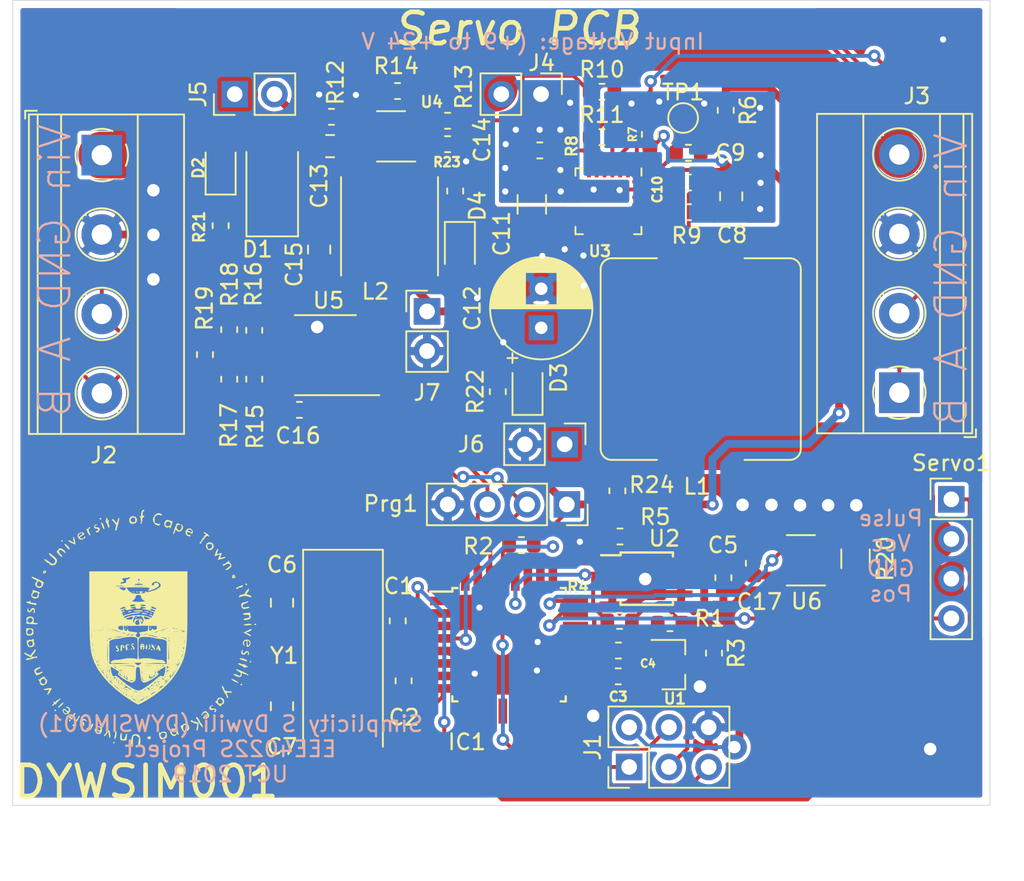
<source format=kicad_pcb>
(kicad_pcb (version 20171130) (host pcbnew 5.1.4-e60b266~84~ubuntu19.04.1)
  (layers (0 F.Cu signal) (31 B.Cu signal) (34 B.Paste user) (35 F.Paste user) (36 B.SilkS user) (37 F.SilkS user) (38 B.Mask user) (39 F.Mask user) (44 Edge.Cuts user))
  (net 0 "")
  (net 1 5V)
  (net 2 GND)
  (net 3 "Net-(C3-Pad1)")
  (net 4 "Net-(C4-Pad1)")
  (net 5 "Net-(C6-Pad2)")
  (net 6 "Net-(C7-Pad1)")
  (net 7 AGND_8A)
  (net 8 "Net-(C9-Pad1)")
  (net 9 "Net-(C10-Pad2)")
  (net 10 "Net-(C10-Pad1)")
  (net 11 V_Servo)
  (net 12 "Net-(C14-Pad1)")
  (net 13 "Net-(C14-Pad2)")
  (net 14 EN_RS485)
  (net 15 EN_8A)
  (net 16 "Net-(IC1-Pad10)")
  (net 17 "Net-(IC1-Pad11)")
  (net 18 "Net-(IC1-Pad12)")
  (net 19 "Net-(IC1-Pad14)")
  (net 20 MISO)
  (net 21 MOSI)
  (net 22 SCK)
  (net 23 "Net-(IC1-Pad19)")
  (net 24 "Net-(IC1-Pad22)")
  (net 25 I_Sense)
  (net 26 P_Sense)
  (net 27 "Net-(IC1-Pad25)")
  (net 28 "Net-(IC1-Pad26)")
  (net 29 SDA)
  (net 30 SCL)
  (net 31 RESET)
  (net 32 RX)
  (net 33 TX)
  (net 34 servo_com)
  (net 35 "Net-(R7-Pad2)")
  (net 36 "Net-(R8-Pad2)")
  (net 37 "Net-(R9-Pad1)")
  (net 38 "Net-(R10-Pad2)")
  (net 39 "Net-(R12-Pad2)")
  (net 40 "Net-(R13-Pad2)")
  (net 41 "Net-(R15-Pad1)")
  (net 42 "Net-(R16-Pad1)")
  (net 43 GND_S)
  (net 44 "Net-(U2-Pad3)")
  (net 45 "Net-(IC1-Pad32)")
  (net 46 "Net-(C11-Pad1)")
  (net 47 "Net-(C13-Pad1)")
  (net 48 "Net-(D2-Pad1)")
  (net 49 V_in)
  (net 50 "Net-(D3-Pad1)")
  (net 51 "Net-(D4-Pad1)")
  (net 52 B)
  (net 53 A)
  (net 54 "Net-(IC1-Pad13)")
  (module my-libraries:uct (layer F.Cu) (at 58 105.55)
    (fp_text reference G*** hide)
    (fp_text value LOGO hide)
  )
  (module Capacitor_SMD:C_0603_1608Metric (layer F.Cu) (at 74.625 105.2 90)
    (fp_text reference C1 (at 2.225 0.075 180) (layer F.SilkS))
    (fp_text value 0.1uF)
    (pad 1 smd roundrect (at -0.7875 0 90) (size 0.875 0.95) (layers F.Cu F.Paste F.Mask) (net 1 5V))
    (pad 2 smd roundrect (at 0.7875 0 90) (size 0.875 0.95) (layers F.Cu F.Paste F.Mask) (net 2 GND))
  )
  (module Capacitor_SMD:C_0603_1608Metric (layer F.Cu) (at 75 109.0375 270)
    (fp_text reference C2 (at 2.3375 -0.025 180) (layer F.SilkS))
    (fp_text value 0.1uF)
    (pad 1 smd roundrect (at -0.7875 0 270) (size 0.875 0.95) (layers F.Cu F.Paste F.Mask) (net 1 5V))
    (pad 2 smd roundrect (at 0.7875 0 270) (size 0.875 0.95) (layers F.Cu F.Paste F.Mask) (net 2 GND))
  )
  (module Capacitor_SMD:C_0603_1608Metric (layer F.Cu) (at 88.725 108.75)
    (fp_text reference C3 (at 0 1.3) (layer F.SilkS) (effects (font (size 0.6 0.6))))
    (fp_text value 0.1uF)
    (pad 2 smd roundrect (at 0.7875 0) (size 0.875 0.95) (layers F.Cu F.Paste F.Mask) (net 2 GND))
    (pad 1 smd roundrect (at -0.7875 0) (size 0.875 0.95) (layers F.Cu F.Paste F.Mask) (net 3 "Net-(C3-Pad1)"))
  )
  (module Capacitor_SMD:C_0603_1608Metric (layer F.Cu) (at 88.7375 107.1)
    (fp_text reference C4 (at 1.8875 0.825) (layer F.SilkS) (effects (font (size 0.5 0.5) (thickness 0.125))))
    (fp_text value 1uF)
    (pad 2 smd roundrect (at 0.7875 0) (size 0.875 0.95) (layers F.Cu F.Paste F.Mask) (net 2 GND))
    (pad 1 smd roundrect (at -0.7875 0) (size 0.875 0.95) (layers F.Cu F.Paste F.Mask) (net 4 "Net-(C4-Pad1)"))
  )
  (module Capacitor_SMD:C_0603_1608Metric (layer F.Cu) (at 95.45 102.4375 270)
    (fp_text reference C5 (at -2.0875 0.025 180) (layer F.SilkS))
    (fp_text value 0.1uF)
    (pad 1 smd roundrect (at -0.7875 0 270) (size 0.875 0.95) (layers F.Cu F.Paste F.Mask) (net 1 5V))
    (pad 2 smd roundrect (at 0.7875 0 270) (size 0.875 0.95) (layers F.Cu F.Paste F.Mask) (net 2 GND))
  )
  (module Capacitor_SMD:C_0805_2012Metric (layer F.Cu) (at 67.225 104.0375 90)
    (fp_text reference C6 (at 2.4375 0 180) (layer F.SilkS))
    (fp_text value 22pF)
    (pad 2 smd roundrect (at 0.9375 0 90) (size 0.975 1.4) (layers F.Cu F.Paste F.Mask) (net 5 "Net-(C6-Pad2)"))
    (pad 1 smd roundrect (at -0.9375 0 90) (size 0.975 1.4) (layers F.Cu F.Paste F.Mask) (net 2 GND))
  )
  (module Capacitor_SMD:C_0805_2012Metric (layer F.Cu) (at 67.225 110.6625 90)
    (fp_text reference C7 (at -2.5875 0 180) (layer F.SilkS))
    (fp_text value 22pF)
    (pad 2 smd roundrect (at 0.9375 0 90) (size 0.975 1.4) (layers F.Cu F.Paste F.Mask) (net 2 GND))
    (pad 1 smd roundrect (at -0.9375 0 90) (size 0.975 1.4) (layers F.Cu F.Paste F.Mask) (net 6 "Net-(C7-Pad1)"))
  )
  (module Capacitor_SMD:C_0805_2012Metric (layer F.Cu) (at 95.95 78.0375 270)
    (fp_text reference C8 (at 2.4625 -0.05 180) (layer F.SilkS))
    (fp_text value 4.7uF)
    (pad 1 smd roundrect (at -0.9375 0 270) (size 0.975 1.4) (layers F.Cu F.Paste F.Mask) (net 1 5V))
    (pad 2 smd roundrect (at 0.9375 0 270) (size 0.975 1.4) (layers F.Cu F.Paste F.Mask) (net 7 AGND_8A))
  )
  (module Capacitor_SMD:C_0603_1608Metric (layer F.Cu) (at 93.2125 75.25)
    (fp_text reference C9 (at 2.6875 0) (layer F.SilkS))
    (fp_text value 0.01uF)
    (pad 2 smd roundrect (at 0.7875 0) (size 0.875 0.95) (layers F.Cu F.Paste F.Mask) (net 7 AGND_8A))
    (pad 1 smd roundrect (at -0.7875 0) (size 0.875 0.95) (layers F.Cu F.Paste F.Mask) (net 8 "Net-(C9-Pad1)"))
  )
  (module Capacitor_SMD:C_0603_1608Metric (layer F.Cu) (at 93.2125 77.15 180)
    (fp_text reference C10 (at 1.9875 -0.45 90) (layer F.SilkS) (effects (font (size 0.6 0.6))))
    (fp_text value 0.1uF)
    (pad 2 smd roundrect (at 0.7875 0 180) (size 0.875 0.95) (layers F.Cu F.Paste F.Mask) (net 9 "Net-(C10-Pad2)"))
    (pad 1 smd roundrect (at -0.7875 0 180) (size 0.875 0.95) (layers F.Cu F.Paste F.Mask) (net 10 "Net-(C10-Pad1)"))
  )
  (module Capacitor_SMD:C_1206_3216Metric (layer F.Cu) (at 83.2 78.55 270)
    (fp_text reference C11 (at 1.875 1.925 90) (layer F.SilkS))
    (fp_text value 22uF)
    (pad 1 smd roundrect (at -1.4 0 270) (size 1.25 1.75) (layers F.Cu F.Paste F.Mask) (roundrect_rratio 0.2) (net 46 "Net-(C11-Pad1)"))
    (pad 2 smd roundrect (at 1.4 0 270) (size 1.25 1.75) (layers F.Cu F.Paste F.Mask) (roundrect_rratio 0.2) (net 2 GND))
  )
  (module Capacitor_THT:CP_Radial_D6.3mm_P2.50mm (layer F.Cu) (at 83.8 86.45 90)
    (fp_text reference C12 (at 1.25 -4.4 90) (layer F.SilkS))
    (fp_text value 88uF)
    (pad 1 thru_hole rect (at 0 0 90) (size 1.6 1.6) (drill 0.8) (layers *.Cu *.Mask) (net 11 V_Servo))
    (pad 2 thru_hole circle (at 2.5 0 90) (size 1.6 1.6) (drill 0.8) (layers *.Cu *.Mask) (net 2 GND))
  )
  (module Capacitor_SMD:C_0805_2012Metric (layer F.Cu) (at 70.3 74.825 180)
    (fp_text reference C13 (at 0.7 -2.55 270) (layer F.SilkS))
    (fp_text value 4.7uF)
    (pad 1 smd roundrect (at -0.9375 0 180) (size 0.975 1.4) (layers F.Cu F.Paste F.Mask) (net 47 "Net-(C13-Pad1)"))
    (pad 2 smd roundrect (at 0.9375 0 180) (size 0.975 1.4) (layers F.Cu F.Paste F.Mask) (net 2 GND))
  )
  (module Capacitor_SMD:C_0603_1608Metric (layer F.Cu) (at 77.8125 74.7 180)
    (fp_text reference C14 (at -2.2125 0.275 90) (layer F.SilkS))
    (fp_text value 0.1uF)
    (pad 1 smd roundrect (at -0.7875 0 180) (size 0.875 0.95) (layers F.Cu F.Paste F.Mask) (net 12 "Net-(C14-Pad1)"))
    (pad 2 smd roundrect (at 0.7875 0 180) (size 0.875 0.95) (layers F.Cu F.Paste F.Mask) (net 13 "Net-(C14-Pad2)"))
  )
  (module Capacitor_SMD:C_0805_2012Metric (layer F.Cu) (at 69.6 81.4375 90)
    (fp_text reference C15 (at -0.9625 -1.6 90) (layer F.SilkS))
    (fp_text value 10uF)
    (pad 1 smd roundrect (at -0.9375 0 90) (size 0.975 1.4) (layers F.Cu F.Paste F.Mask) (net 1 5V))
    (pad 2 smd roundrect (at 0.9375 0 90) (size 0.975 1.4) (layers F.Cu F.Paste F.Mask) (net 2 GND))
  )
  (module Capacitor_SMD:C_0603_1608Metric (layer F.Cu) (at 68.3375 91.7)
    (fp_text reference C16 (at -0.0875 1.65) (layer F.SilkS))
    (fp_text value 0.1uF)
    (pad 2 smd roundrect (at 0.7875 0) (size 0.875 0.95) (layers F.Cu F.Paste F.Mask) (net 2 GND))
    (pad 1 smd roundrect (at -0.7875 0) (size 0.875 0.95) (layers F.Cu F.Paste F.Mask) (net 1 5V))
  )
  (module Capacitor_SMD:C_0603_1608Metric (layer F.Cu) (at 97.4 101.5125 90)
    (fp_text reference C17 (at -2.4625 0.35 180) (layer F.SilkS))
    (fp_text value 0.1uF)
    (pad 1 smd roundrect (at -0.7875 0 90) (size 0.875 0.95) (layers F.Cu F.Paste F.Mask) (net 1 5V))
    (pad 2 smd roundrect (at 0.7875 0 90) (size 0.875 0.95) (layers F.Cu F.Paste F.Mask) (net 2 GND))
  )
  (module Diode_SMD:D_SMA (layer F.Cu) (at 66.6 77.2 90)
    (fp_text reference D1 (at -4.225 -0.95 180) (layer F.SilkS))
    (fp_text value D_Schottky)
    (pad 1 smd rect (at -2 0 90) (size 2.5 1.8) (layers F.Cu F.Paste F.Mask) (net 12 "Net-(C14-Pad1)"))
    (pad 2 smd rect (at 2 0 90) (size 2.5 1.8) (layers F.Cu F.Paste F.Mask) (net 2 GND))
  )
  (module Package_QFP:TQFP-32_7x7mm_P0.8mm (layer F.Cu) (at 81.745001 106.725001)
    (fp_text reference IC1 (at -2.695001 6.224999) (layer F.SilkS))
    (fp_text value ATMEGA328P-A)
    (pad 1 smd rect (at -4.25 -2.8) (size 1.6 0.55) (layers F.Cu F.Paste F.Mask) (net 14 EN_RS485))
    (pad 2 smd rect (at -4.25 -2) (size 1.6 0.55) (layers F.Cu F.Paste F.Mask) (net 15 EN_8A))
    (pad 3 smd rect (at -4.25 -1.2) (size 1.6 0.55) (layers F.Cu F.Paste F.Mask) (net 2 GND))
    (pad 4 smd rect (at -4.25 -0.4) (size 1.6 0.55) (layers F.Cu F.Paste F.Mask) (net 1 5V))
    (pad 5 smd rect (at -4.25 0.4) (size 1.6 0.55) (layers F.Cu F.Paste F.Mask) (net 2 GND))
    (pad 6 smd rect (at -4.25 1.2) (size 1.6 0.55) (layers F.Cu F.Paste F.Mask) (net 1 5V))
    (pad 7 smd rect (at -4.25 2) (size 1.6 0.55) (layers F.Cu F.Paste F.Mask) (net 5 "Net-(C6-Pad2)"))
    (pad 8 smd rect (at -4.25 2.8) (size 1.6 0.55) (layers F.Cu F.Paste F.Mask) (net 6 "Net-(C7-Pad1)"))
    (pad 9 smd rect (at -2.8 4.25 90) (size 1.6 0.55) (layers F.Cu F.Paste F.Mask) (net 34 servo_com))
    (pad 10 smd rect (at -2 4.25 90) (size 1.6 0.55) (layers F.Cu F.Paste F.Mask) (net 16 "Net-(IC1-Pad10)"))
    (pad 11 smd rect (at -1.2 4.25 90) (size 1.6 0.55) (layers F.Cu F.Paste F.Mask) (net 17 "Net-(IC1-Pad11)"))
    (pad 12 smd rect (at -0.4 4.25 90) (size 1.6 0.55) (layers F.Cu F.Paste F.Mask) (net 18 "Net-(IC1-Pad12)"))
    (pad 13 smd rect (at 0.4 4.25 90) (size 1.6 0.55) (layers F.Cu F.Paste F.Mask) (net 54 "Net-(IC1-Pad13)"))
    (pad 14 smd rect (at 1.2 4.25 90) (size 1.6 0.55) (layers F.Cu F.Paste F.Mask) (net 19 "Net-(IC1-Pad14)"))
    (pad 15 smd rect (at 2 4.25 90) (size 1.6 0.55) (layers F.Cu F.Paste F.Mask) (net 20 MISO))
    (pad 16 smd rect (at 2.8 4.25 90) (size 1.6 0.55) (layers F.Cu F.Paste F.Mask) (net 21 MOSI))
    (pad 17 smd rect (at 4.25 2.8) (size 1.6 0.55) (layers F.Cu F.Paste F.Mask) (net 22 SCK))
    (pad 18 smd rect (at 4.25 2) (size 1.6 0.55) (layers F.Cu F.Paste F.Mask) (net 3 "Net-(C3-Pad1)"))
    (pad 19 smd rect (at 4.25 1.2) (size 1.6 0.55) (layers F.Cu F.Paste F.Mask) (net 23 "Net-(IC1-Pad19)"))
    (pad 20 smd rect (at 4.25 0.4) (size 1.6 0.55) (layers F.Cu F.Paste F.Mask) (net 4 "Net-(C4-Pad1)"))
    (pad 21 smd rect (at 4.25 -0.4) (size 1.6 0.55) (layers F.Cu F.Paste F.Mask) (net 2 GND))
    (pad 22 smd rect (at 4.25 -1.2) (size 1.6 0.55) (layers F.Cu F.Paste F.Mask) (net 24 "Net-(IC1-Pad22)"))
    (pad 23 smd rect (at 4.25 -2) (size 1.6 0.55) (layers F.Cu F.Paste F.Mask) (net 26 P_Sense))
    (pad 24 smd rect (at 4.25 -2.8) (size 1.6 0.55) (layers F.Cu F.Paste F.Mask) (net 25 I_Sense))
    (pad 25 smd rect (at 2.8 -4.25 90) (size 1.6 0.55) (layers F.Cu F.Paste F.Mask) (net 27 "Net-(IC1-Pad25)"))
    (pad 26 smd rect (at 2 -4.25 90) (size 1.6 0.55) (layers F.Cu F.Paste F.Mask) (net 28 "Net-(IC1-Pad26)"))
    (pad 27 smd rect (at 1.2 -4.25 90) (size 1.6 0.55) (layers F.Cu F.Paste F.Mask) (net 29 SDA))
    (pad 28 smd rect (at 0.4 -4.25 90) (size 1.6 0.55) (layers F.Cu F.Paste F.Mask) (net 30 SCL))
    (pad 29 smd rect (at -0.4 -4.25 90) (size 1.6 0.55) (layers F.Cu F.Paste F.Mask) (net 31 RESET))
    (pad 30 smd rect (at -1.2 -4.25 90) (size 1.6 0.55) (layers F.Cu F.Paste F.Mask) (net 32 RX))
    (pad 31 smd rect (at -2 -4.25 90) (size 1.6 0.55) (layers F.Cu F.Paste F.Mask) (net 33 TX))
    (pad 32 smd rect (at -2.8 -4.25 90) (size 1.6 0.55) (layers F.Cu F.Paste F.Mask) (net 45 "Net-(IC1-Pad32)"))
  )
  (module Inductor_SMD:L_Bourns_SRP1245A (layer F.Cu) (at 94 88.45 270)
    (fp_text reference L1 (at 8.15 0.225 180) (layer F.SilkS))
    (fp_text value 1uH)
    (pad 1 smd rect (at -5.55 0 270) (size 3.1 5) (layers F.Cu F.Paste F.Mask) (net 10 "Net-(C10-Pad1)"))
    (pad 2 smd rect (at 5.55 0 270) (size 3.1 5) (layers F.Cu F.Paste F.Mask) (net 11 V_Servo))
  )
  (module Resistor_SMD:R_0603_1608Metric (layer F.Cu) (at 92.0375 105.35 180)
    (fp_text reference R1 (at -2.5375 0.3) (layer F.SilkS))
    (fp_text value 1K)
    (pad 2 smd roundrect (at 0.7875 0 180) (size 0.875 0.95) (layers F.Cu F.Paste F.Mask) (net 4 "Net-(C4-Pad1)"))
    (pad 1 smd roundrect (at -0.7875 0 180) (size 0.875 0.95) (layers F.Cu F.Paste F.Mask) (net 1 5V))
  )
  (module Resistor_SMD:R_0603_1608Metric (layer F.Cu) (at 82.5375 100.35 180)
    (fp_text reference R2 (at 2.7625 -0.075) (layer F.SilkS))
    (fp_text value 1K)
    (pad 2 smd roundrect (at 0.7875 0 180) (size 0.875 0.95) (layers F.Cu F.Paste F.Mask) (net 31 RESET))
    (pad 1 smd roundrect (at -0.7875 0 180) (size 0.875 0.95) (layers F.Cu F.Paste F.Mask) (net 1 5V))
  )
  (module Resistor_SMD:R_0603_1608Metric (layer F.Cu) (at 94.85 107.2625 270)
    (fp_text reference R3 (at 0 -1.43 90) (layer F.SilkS))
    (fp_text value 0R)
    (pad 2 smd roundrect (at 0.7875 0 270) (size 0.875 0.95) (layers F.Cu F.Paste F.Mask) (net 3 "Net-(C3-Pad1)"))
    (pad 1 smd roundrect (at -0.7875 0 270) (size 0.875 0.95) (layers F.Cu F.Paste F.Mask) (net 1 5V))
  )
  (module Resistor_SMD:R_0603_1608Metric (layer F.Cu) (at 88.8125 105.2 180)
    (fp_text reference R4 (at 2.6625 2.175) (layer F.SilkS) (effects (font (size 0.7 0.7))))
    (fp_text value 10K)
    (pad 2 smd roundrect (at 0.7875 0 180) (size 0.875 0.95) (layers F.Cu F.Paste F.Mask) (net 30 SCL))
    (pad 1 smd roundrect (at -0.7875 0 180) (size 0.875 0.95) (layers F.Cu F.Paste F.Mask) (net 1 5V))
  )
  (module Resistor_SMD:R_0603_1608Metric (layer F.Cu) (at 88.8375 99.8 180)
    (fp_text reference R5 (at -2.2525 1.25) (layer F.SilkS))
    (fp_text value 10K)
    (pad 1 smd roundrect (at -0.7875 0 180) (size 0.875 0.95) (layers F.Cu F.Paste F.Mask) (net 1 5V))
    (pad 2 smd roundrect (at 0.7875 0 180) (size 0.875 0.95) (layers F.Cu F.Paste F.Mask) (net 29 SDA))
  )
  (module Resistor_SMD:R_0603_1608Metric (layer F.Cu) (at 95.6 72.5375 270)
    (fp_text reference R6 (at 0 -1.43 90) (layer F.SilkS))
    (fp_text value 0R)
    (pad 1 smd roundrect (at -0.7875 0 270) (size 0.875 0.95) (layers F.Cu F.Paste F.Mask) (net 2 GND))
    (pad 2 smd roundrect (at 0.7875 0 270) (size 0.875 0.95) (layers F.Cu F.Paste F.Mask) (net 7 AGND_8A))
  )
  (module Resistor_SMD:R_0603_1608Metric (layer F.Cu) (at 90.75 74.075 90)
    (fp_text reference R7 (at 0 -1.1 90) (layer F.SilkS) (effects (font (size 0.5 0.5) (thickness 0.125))))
    (fp_text value 100K)
    (pad 1 smd roundrect (at -0.7875 0 90) (size 0.875 0.95) (layers F.Cu F.Paste F.Mask) (net 1 5V))
    (pad 2 smd roundrect (at 0.7875 0 90) (size 0.875 0.95) (layers F.Cu F.Paste F.Mask) (net 35 "Net-(R7-Pad2)"))
  )
  (module Resistor_SMD:R_0603_1608Metric (layer F.Cu) (at 83.7125 75.1)
    (fp_text reference R8 (at 2.0375 -0.275 90) (layer F.SilkS) (effects (font (size 0.7 0.7))))
    (fp_text value 100K)
    (pad 1 smd roundrect (at -0.7875 0) (size 0.875 0.95) (layers F.Cu F.Paste F.Mask) (net 46 "Net-(C11-Pad1)"))
    (pad 2 smd roundrect (at 0.7875 0) (size 0.875 0.95) (layers F.Cu F.Paste F.Mask) (net 36 "Net-(R8-Pad2)"))
  )
  (module Resistor_SMD:R_0603_1608Metric (layer F.Cu) (at 93.2125 79.05)
    (fp_text reference R9 (at -0.1125 1.5) (layer F.SilkS))
    (fp_text value 9K1)
    (pad 1 smd roundrect (at -0.7875 0) (size 0.875 0.95) (layers F.Cu F.Paste F.Mask) (net 37 "Net-(R9-Pad1)"))
    (pad 2 smd roundrect (at 0.7875 0) (size 0.875 0.95) (layers F.Cu F.Paste F.Mask) (net 7 AGND_8A))
  )
  (module Resistor_SMD:R_0603_1608Metric (layer F.Cu) (at 87.6875 71.35)
    (fp_text reference R10 (at 0 -1.43) (layer F.SilkS))
    (fp_text value 210K_220K_270K_340K)
    (pad 2 smd roundrect (at 0.7875 0) (size 0.875 0.95) (layers F.Cu F.Paste F.Mask) (net 38 "Net-(R10-Pad2)"))
    (pad 1 smd roundrect (at -0.7875 0) (size 0.875 0.95) (layers F.Cu F.Paste F.Mask) (net 11 V_Servo))
  )
  (module Resistor_SMD:R_0603_1608Metric (layer F.Cu) (at 87.6875 74.25)
    (fp_text reference R11 (at 0 -1.43) (layer F.SilkS))
    (fp_text value 10K)
    (pad 1 smd roundrect (at -0.7875 0) (size 0.875 0.95) (layers F.Cu F.Paste F.Mask) (net 38 "Net-(R10-Pad2)"))
    (pad 2 smd roundrect (at 0.7875 0) (size 0.875 0.95) (layers F.Cu F.Paste F.Mask) (net 7 AGND_8A))
  )
  (module Resistor_SMD:R_0603_1608Metric (layer F.Cu) (at 70.3875 72.95)
    (fp_text reference R12 (at 0.2625 -2.2 90) (layer F.SilkS))
    (fp_text value 10K)
    (pad 1 smd roundrect (at -0.7875 0) (size 0.875 0.95) (layers F.Cu F.Paste F.Mask) (net 47 "Net-(C13-Pad1)"))
    (pad 2 smd roundrect (at 0.7875 0) (size 0.875 0.95) (layers F.Cu F.Paste F.Mask) (net 39 "Net-(R12-Pad2)"))
  )
  (module Resistor_SMD:R_0603_1608Metric (layer F.Cu) (at 77.8125 73.2 180)
    (fp_text reference R13 (at -1.0375 2.175 90) (layer F.SilkS))
    (fp_text value 52K3)
    (pad 2 smd roundrect (at 0.7875 0 180) (size 0.875 0.95) (layers F.Cu F.Paste F.Mask) (net 40 "Net-(R13-Pad2)"))
    (pad 1 smd roundrect (at -0.7875 0 180) (size 0.875 0.95) (layers F.Cu F.Paste F.Mask) (net 1 5V))
  )
  (module Resistor_SMD:R_0603_1608Metric (layer F.Cu) (at 74.6125 71.3 180)
    (fp_text reference R14 (at 0.0875 1.6) (layer F.SilkS))
    (fp_text value 10K)
    (pad 2 smd roundrect (at 0.7875 0 180) (size 0.875 0.95) (layers F.Cu F.Paste F.Mask) (net 2 GND))
    (pad 1 smd roundrect (at -0.7875 0 180) (size 0.875 0.95) (layers F.Cu F.Paste F.Mask) (net 40 "Net-(R13-Pad2)"))
  )
  (module Resistor_SMD:R_0603_1608Metric (layer F.Cu) (at 65.45 89.7375 270)
    (fp_text reference R15 (at 3.0375 -0.05 270) (layer F.SilkS))
    (fp_text value 560R)
    (pad 1 smd roundrect (at -0.7875 0 270) (size 0.875 0.95) (layers F.Cu F.Paste F.Mask) (net 41 "Net-(R15-Pad1)"))
    (pad 2 smd roundrect (at 0.7875 0 270) (size 0.875 0.95) (layers F.Cu F.Paste F.Mask) (net 2 GND))
  )
  (module Resistor_SMD:R_0603_1608Metric (layer F.Cu) (at 65.45 86.6125 90)
    (fp_text reference R16 (at 2.9625 -0.05 270) (layer F.SilkS))
    (fp_text value 560R)
    (pad 2 smd roundrect (at 0.7875 0 90) (size 0.875 0.95) (layers F.Cu F.Paste F.Mask) (net 1 5V))
    (pad 1 smd roundrect (at -0.7875 0 90) (size 0.875 0.95) (layers F.Cu F.Paste F.Mask) (net 42 "Net-(R16-Pad1)"))
  )
  (module Resistor_SMD:R_0603_1608Metric (layer F.Cu) (at 63.85 89.7375 90)
    (fp_text reference R17 (at -2.9625 -0.025 90) (layer F.SilkS))
    (fp_text value 10R)
    (pad 2 smd roundrect (at 0.7875 0 90) (size 0.875 0.95) (layers F.Cu F.Paste F.Mask) (net 41 "Net-(R15-Pad1)"))
    (pad 1 smd roundrect (at -0.7875 0 90) (size 0.875 0.95) (layers F.Cu F.Paste F.Mask) (net 52 B))
  )
  (module Resistor_SMD:R_0603_1608Metric (layer F.Cu) (at 63.85 86.5625 270)
    (fp_text reference R18 (at -2.8875 -0.025 90) (layer F.SilkS))
    (fp_text value 10R)
    (pad 1 smd roundrect (at -0.7875 0 270) (size 0.875 0.95) (layers F.Cu F.Paste F.Mask) (net 53 A))
    (pad 2 smd roundrect (at 0.7875 0 270) (size 0.875 0.95) (layers F.Cu F.Paste F.Mask) (net 42 "Net-(R16-Pad1)"))
  )
  (module Resistor_SMD:R_0603_1608Metric (layer F.Cu) (at 62.3 88.1625 90)
    (fp_text reference R19 (at 2.9625 -0.025 90) (layer F.SilkS))
    (fp_text value 120R)
    (pad 1 smd roundrect (at -0.7875 0 90) (size 0.875 0.95) (layers F.Cu F.Paste F.Mask) (net 52 B))
    (pad 2 smd roundrect (at 0.7875 0 90) (size 0.875 0.95) (layers F.Cu F.Paste F.Mask) (net 53 A))
  )
  (module Resistor_SMD:R_1206_3216Metric (layer F.Cu) (at 103.9 101.225 90)
    (fp_text reference R20 (at 0 1.9 90) (layer F.SilkS))
    (fp_text value 0.002R)
    (pad 1 smd roundrect (at -1.4 0 90) (size 1.25 1.75) (layers F.Cu F.Paste F.Mask) (roundrect_rratio 0.2) (net 43 GND_S))
    (pad 2 smd roundrect (at 1.4 0 90) (size 1.25 1.75) (layers F.Cu F.Paste F.Mask) (roundrect_rratio 0.2) (net 2 GND))
  )
  (module Connector_PinHeader_2.54mm:PinHeader_1x04_P2.54mm_Vertical (layer F.Cu) (at 110.025 97.425)
    (fp_text reference Servo1 (at 0 -2.33) (layer F.SilkS))
    (fp_text value Conn_01x04)
    (pad 4 thru_hole oval (at 0 7.62) (size 1.7 1.7) (drill 1) (layers *.Cu *.Mask) (net 26 P_Sense))
    (pad 3 thru_hole oval (at 0 5.08) (size 1.7 1.7) (drill 1) (layers *.Cu *.Mask) (net 43 GND_S))
    (pad 2 thru_hole oval (at 0 2.54) (size 1.7 1.7) (drill 1) (layers *.Cu *.Mask) (net 11 V_Servo))
    (pad 1 thru_hole rect (at 0 0) (size 1.7 1.7) (drill 1) (layers *.Cu *.Mask) (net 34 servo_com))
  )
  (module TestPoint:TestPoint_Pad_D1.5mm (layer F.Cu) (at 92.875 73.025)
    (fp_text reference TP1 (at 0 -1.648) (layer F.SilkS))
    (fp_text value testpoint)
    (pad 1 smd circle (at 0 0) (size 1.5 1.5) (layers F.Cu F.Mask) (net 35 "Net-(R7-Pad2)"))
  )
  (module Package_TO_SOT_SMD:SOT-23 (layer F.Cu) (at 92.25 108)
    (fp_text reference U1 (at 0.1 2.175 180) (layer F.SilkS) (effects (font (size 0.7 0.7))))
    (fp_text value LM4040D20IDBZR)
    (pad 1 smd rect (at -1 -0.95) (size 0.9 0.8) (layers F.Cu F.Paste F.Mask) (net 4 "Net-(C4-Pad1)"))
    (pad 2 smd rect (at -1 0.95) (size 0.9 0.8) (layers F.Cu F.Paste F.Mask) (net 2 GND))
    (pad 3 smd rect (at 1 0) (size 0.9 0.8) (layers F.Cu F.Paste F.Mask))
  )
  (module Package_SO:MSOP-8_3x3mm_P0.65mm (layer F.Cu) (at 90.55 102.5)
    (fp_text reference U2 (at 1.125 -2.575) (layer F.SilkS))
    (fp_text value LM75C)
    (pad 1 smd rect (at -2.2 -0.975) (size 1.45 0.45) (layers F.Cu F.Paste F.Mask) (net 29 SDA))
    (pad 2 smd rect (at -2.2 -0.325) (size 1.45 0.45) (layers F.Cu F.Paste F.Mask) (net 30 SCL))
    (pad 3 smd rect (at -2.2 0.325) (size 1.45 0.45) (layers F.Cu F.Paste F.Mask) (net 44 "Net-(U2-Pad3)"))
    (pad 4 smd rect (at -2.2 0.975) (size 1.45 0.45) (layers F.Cu F.Paste F.Mask) (net 2 GND))
    (pad 5 smd rect (at 2.2 0.975) (size 1.45 0.45) (layers F.Cu F.Paste F.Mask) (net 2 GND))
    (pad 6 smd rect (at 2.2 0.325) (size 1.45 0.45) (layers F.Cu F.Paste F.Mask) (net 2 GND))
    (pad 7 smd rect (at 2.2 -0.325) (size 1.45 0.45) (layers F.Cu F.Paste F.Mask) (net 2 GND))
    (pad 8 smd rect (at 2.2 -0.975) (size 1.45 0.45) (layers F.Cu F.Paste F.Mask) (net 1 5V))
  )
  (module Package_TO_SOT_SMD:SOT-23-6 (layer F.Cu) (at 74.2 74.2 180)
    (fp_text reference U4 (at -2.6 2.2) (layer F.SilkS) (effects (font (size 0.7 0.7))))
    (fp_text value AOZ1282CI)
    (pad 1 smd rect (at -1.1 -0.95 180) (size 1.06 0.65) (layers F.Cu F.Paste F.Mask) (net 13 "Net-(C14-Pad2)"))
    (pad 2 smd rect (at -1.1 0 180) (size 1.06 0.65) (layers F.Cu F.Paste F.Mask) (net 2 GND))
    (pad 3 smd rect (at -1.1 0.95 180) (size 1.06 0.65) (layers F.Cu F.Paste F.Mask) (net 40 "Net-(R13-Pad2)"))
    (pad 4 smd rect (at 1.1 0.95 180) (size 1.06 0.65) (layers F.Cu F.Paste F.Mask) (net 39 "Net-(R12-Pad2)"))
    (pad 6 smd rect (at 1.1 -0.95 180) (size 1.06 0.65) (layers F.Cu F.Paste F.Mask) (net 12 "Net-(C14-Pad1)"))
    (pad 5 smd rect (at 1.1 0 180) (size 1.06 0.65) (layers F.Cu F.Paste F.Mask) (net 47 "Net-(C13-Pad1)"))
  )
  (module Package_SO:SOIC-8_3.9x4.9mm_P1.27mm (layer F.Cu) (at 70 88.2 180)
    (fp_text reference U5 (at -0.2 3.5) (layer F.SilkS))
    (fp_text value MAX485E)
    (pad 1 smd roundrect (at -2.475 -1.905 180) (size 1.95 0.6) (layers F.Cu F.Paste F.Mask) (net 32 RX))
    (pad 2 smd roundrect (at -2.475 -0.635 180) (size 1.95 0.6) (layers F.Cu F.Paste F.Mask) (net 14 EN_RS485))
    (pad 3 smd roundrect (at -2.475 0.635 180) (size 1.95 0.6) (layers F.Cu F.Paste F.Mask) (net 14 EN_RS485))
    (pad 4 smd roundrect (at -2.475 1.905 180) (size 1.95 0.6) (layers F.Cu F.Paste F.Mask) (net 33 TX))
    (pad 5 smd roundrect (at 2.475 1.905 180) (size 1.95 0.6) (layers F.Cu F.Paste F.Mask) (net 2 GND))
    (pad 6 smd roundrect (at 2.475 0.635 180) (size 1.95 0.6) (layers F.Cu F.Paste F.Mask) (net 42 "Net-(R16-Pad1)"))
    (pad 7 smd roundrect (at 2.475 -0.635 180) (size 1.95 0.6) (layers F.Cu F.Paste F.Mask) (net 41 "Net-(R15-Pad1)"))
    (pad 8 smd roundrect (at 2.475 -1.905 180) (size 1.95 0.6) (layers F.Cu F.Paste F.Mask) (net 1 5V))
  )
  (module Package_TO_SOT_SMD:SOT-23-5 (layer F.Cu) (at 100.4 101.325 180)
    (fp_text reference U6 (at -0.375 -2.625) (layer F.SilkS))
    (fp_text value INA180B2IBVR)
    (pad 1 smd rect (at -1.1 -0.95 180) (size 1.06 0.65) (layers F.Cu F.Paste F.Mask) (net 43 GND_S))
    (pad 2 smd rect (at -1.1 0 180) (size 1.06 0.65) (layers F.Cu F.Paste F.Mask) (net 2 GND))
    (pad 3 smd rect (at -1.1 0.95 180) (size 1.06 0.65) (layers F.Cu F.Paste F.Mask) (net 2 GND))
    (pad 4 smd rect (at 1.1 0.95 180) (size 1.06 0.65) (layers F.Cu F.Paste F.Mask) (net 25 I_Sense))
    (pad 5 smd rect (at 1.1 -0.95 180) (size 1.06 0.65) (layers F.Cu F.Paste F.Mask) (net 1 5V))
  )
  (module Crystal:Crystal_SMD_HC49-SD (layer F.Cu) (at 71.125 107.35 270)
    (fp_text reference Y1 (at 0.075 3.75 180) (layer F.SilkS))
    (fp_text value 16MHz)
    (pad 1 smd rect (at -4.25 0 270) (size 4.5 2) (layers F.Cu F.Paste F.Mask) (net 5 "Net-(C6-Pad2)"))
    (pad 2 smd rect (at 4.25 0 270) (size 4.5 2) (layers F.Cu F.Paste F.Mask) (net 6 "Net-(C7-Pad1)"))
  )
  (module Connector_PinSocket_2.54mm:PinSocket_1x04_P2.54mm_Vertical (layer F.Cu) (at 85.44 97.75 270)
    (fp_text reference Prg1 (at -0.05 11.265 180) (layer F.SilkS))
    (fp_text value Conn_01x04)
    (pad 1 thru_hole rect (at 0 0 270) (size 1.7 1.7) (drill 1) (layers *.Cu *.Mask) (net 1 5V))
    (pad 2 thru_hole oval (at 0 2.54 270) (size 1.7 1.7) (drill 1) (layers *.Cu *.Mask) (net 32 RX))
    (pad 3 thru_hole oval (at 0 5.08 270) (size 1.7 1.7) (drill 1) (layers *.Cu *.Mask) (net 33 TX))
    (pad 4 thru_hole oval (at 0 7.62 270) (size 1.7 1.7) (drill 1) (layers *.Cu *.Mask) (net 2 GND))
  )
  (module Inductor_SMD:L_Taiyo-Yuden_NR-60xx (layer F.Cu) (at 74.1 79.95 270)
    (fp_text reference L2 (at 4.175 0.9 180) (layer F.SilkS))
    (fp_text value 22uH)
    (pad 1 smd rect (at -2.35 0 270) (size 1.6 5.9) (layers F.Cu F.Paste F.Mask) (net 12 "Net-(C14-Pad1)"))
    (pad 2 smd rect (at 2.35 0 270) (size 1.6 5.9) (layers F.Cu F.Paste F.Mask) (net 1 5V))
  )
  (module my-libraries:AOZ2261NQI-11 (layer F.Cu) (at 88.1 78.35 270)
    (fp_text reference U3 (at 3.2 0.55 180) (layer F.SilkS) (effects (font (size 0.7 0.7))))
    (fp_text value AOZ2261NQI-11)
    (pad P2 smd roundrect (at 0.9 0.7 270) (size 0.85 1.24) (layers F.Cu F.Paste F.Mask) (net 10 "Net-(C10-Pad1)"))
    (pad P2 smd roundrect (at 0.9 -0.7 270) (size 0.85 1.24) (layers F.Cu F.Paste F.Mask) (net 10 "Net-(C10-Pad1)"))
    (pad P1 smd roundrect (at -0.7 0.7 270) (size 1.24 1.24) (layers F.Cu F.Paste F.Mask) (net 46 "Net-(C11-Pad1)"))
    (pad P1 smd roundrect (at -0.7 -0.7 270) (size 1.24 1.24) (layers F.Cu F.Paste F.Mask) (net 46 "Net-(C11-Pad1)"))
    (pad P2 smd rect (at 0.9 0.2 270) (size 0.85 3.05) (layers F.Cu F.Paste F.Mask) (net 10 "Net-(C10-Pad1)"))
    (pad P1 smd rect (at -0.7 0.2 270) (size 1.24 3.05) (layers F.Cu F.Paste F.Mask) (net 46 "Net-(C11-Pad1)"))
    (pad 23 smd roundrect (at -1.25 -1.9375 270) (size 0.25 0.825) (layers F.Cu F.Paste F.Mask) (net 8 "Net-(C9-Pad1)"))
    (pad 22 smd roundrect (at -0.75 -1.9375 270) (size 0.25 0.825) (layers F.Cu F.Paste F.Mask) (net 46 "Net-(C11-Pad1)"))
    (pad 21 smd roundrect (at -0.25 -1.9375 270) (size 0.25 0.825) (layers F.Cu F.Paste F.Mask) (net 1 5V))
    (pad 20 smd roundrect (at 0.25 -1.9375 270) (size 0.25 0.825) (layers F.Cu F.Paste F.Mask) (net 9 "Net-(C10-Pad2)"))
    (pad 19 smd roundrect (at 0.75 -1.9375 270) (size 0.25 0.825) (layers F.Cu F.Paste F.Mask) (net 37 "Net-(R9-Pad1)"))
    (pad 18 smd roundrect (at 1.25 -1.9375 270) (size 0.25 0.825) (layers F.Cu F.Paste F.Mask) (net 10 "Net-(C10-Pad1)"))
    (pad 17 smd roundrect (at 1.9375 -1.25 270) (size 0.825 0.25) (layers F.Cu F.Paste F.Mask) (net 10 "Net-(C10-Pad1)"))
    (pad 16 smd roundrect (at 1.9375 -0.75 270) (size 0.825 0.25) (layers F.Cu F.Paste F.Mask) (net 10 "Net-(C10-Pad1)"))
    (pad 15 smd roundrect (at 1.9375 -0.25 270) (size 0.825 0.25) (layers F.Cu F.Paste F.Mask) (net 2 GND))
    (pad 14 smd roundrect (at 1.9375 0.25 270) (size 0.825 0.25) (layers F.Cu F.Paste F.Mask) (net 2 GND))
    (pad 13 smd roundrect (at 1.9375 0.75 270) (size 0.825 0.25) (layers F.Cu F.Paste F.Mask) (net 2 GND))
    (pad 12 smd roundrect (at 1.9375 1.25 270) (size 0.825 0.25) (layers F.Cu F.Paste F.Mask) (net 2 GND))
    (pad 11 smd roundrect (at 1.25 1.9375 270) (size 0.25 0.825) (layers F.Cu F.Paste F.Mask) (net 10 "Net-(C10-Pad1)"))
    (pad 10 smd roundrect (at 0.75 1.9375 270) (size 0.25 0.825) (layers F.Cu F.Paste F.Mask) (net 10 "Net-(C10-Pad1)"))
    (pad 9 smd roundrect (at -0.25 1.9375 270) (size 0.25 0.825) (layers F.Cu F.Paste F.Mask) (net 46 "Net-(C11-Pad1)"))
    (pad 8 smd roundrect (at -0.75 1.9375 270) (size 0.25 0.825) (layers F.Cu F.Paste F.Mask) (net 46 "Net-(C11-Pad1)"))
    (pad 7 smd roundrect (at -1.25 1.9375 270) (size 0.25 0.825) (layers F.Cu F.Paste F.Mask) (net 46 "Net-(C11-Pad1)"))
    (pad 6 smd roundrect (at -1.9375 1.25 270) (size 0.825 0.25) (layers F.Cu F.Paste F.Mask) (net 36 "Net-(R8-Pad2)"))
    (pad 5 smd roundrect (at -1.9375 0.75 270) (size 0.825 0.25) (layers F.Cu F.Paste F.Mask) (net 38 "Net-(R10-Pad2)"))
    (pad 4 smd roundrect (at -1.9375 0.25 270) (size 0.825 0.25) (layers F.Cu F.Paste F.Mask) (net 7 AGND_8A))
    (pad 3 smd roundrect (at -1.9375 -0.25 270) (size 0.825 0.25) (layers F.Cu F.Paste F.Mask) (net 7 AGND_8A))
    (pad 2 smd roundrect (at -1.9375 -0.75 270) (size 0.825 0.25) (layers F.Cu F.Paste F.Mask) (net 15 EN_8A))
    (pad 1 smd roundrect (at -1.9375 -1.25 270) (size 0.825 0.25) (layers F.Cu F.Paste F.Mask) (net 35 "Net-(R7-Pad2)"))
  )
  (module LED_SMD:LED_0805_2012Metric (layer F.Cu) (at 63.3 76.2375 90)
    (fp_text reference D2 (at 0.0125 -1.425 90) (layer F.SilkS) (effects (font (size 0.7 0.7))))
    (fp_text value LED)
    (pad 1 smd roundrect (at -0.9375 0 90) (size 0.975 1.4) (layers F.Cu F.Paste F.Mask) (net 48 "Net-(D2-Pad1)"))
    (pad 2 smd roundrect (at 0.9375 0 90) (size 0.975 1.4) (layers F.Cu F.Paste F.Mask) (net 49 V_in))
  )
  (module LED_SMD:LED_0805_2012Metric (layer F.Cu) (at 82.925 90.3375 90)
    (fp_text reference D3 (at 0.6875 2 90) (layer F.SilkS))
    (fp_text value LED)
    (pad 2 smd roundrect (at 0.9375 0 90) (size 0.975 1.4) (layers F.Cu F.Paste F.Mask) (net 11 V_Servo))
    (pad 1 smd roundrect (at -0.9375 0 90) (size 0.975 1.4) (layers F.Cu F.Paste F.Mask) (net 50 "Net-(D3-Pad1)"))
  )
  (module LED_SMD:LED_0805_2012Metric (layer F.Cu) (at 78.6 81.3625 270)
    (fp_text reference D4 (at -2.7125 -1.125 90) (layer F.SilkS))
    (fp_text value LED)
    (pad 1 smd roundrect (at -0.9375 0 270) (size 0.975 1.4) (layers F.Cu F.Paste F.Mask) (net 51 "Net-(D4-Pad1)"))
    (pad 2 smd roundrect (at 0.9375 0 270) (size 0.975 1.4) (layers F.Cu F.Paste F.Mask) (net 1 5V))
  )
  (module TerminalBlock_Phoenix:TerminalBlock_Phoenix_MKDS-1,5-4-5.08_1x04_P5.08mm_Horizontal (layer F.Cu) (at 55.7 75.4 270)
    (fp_text reference J2 (at 19.2 -0.125 180) (layer F.SilkS))
    (fp_text value Term_Block)
    (pad 1 thru_hole rect (at 0 0 270) (size 2.6 2.6) (drill 1.3) (layers *.Cu *.Mask) (net 49 V_in))
    (pad 2 thru_hole circle (at 5.08 0 270) (size 2.6 2.6) (drill 1.3) (layers *.Cu *.Mask) (net 2 GND))
    (pad 3 thru_hole circle (at 10.16 0 270) (size 2.6 2.6) (drill 1.3) (layers *.Cu *.Mask) (net 53 A))
    (pad 4 thru_hole circle (at 15.24 0 270) (size 2.6 2.6) (drill 1.3) (layers *.Cu *.Mask) (net 52 B))
  )
  (module TerminalBlock_Phoenix:TerminalBlock_Phoenix_MKDS-1,5-4-5.08_1x04_P5.08mm_Horizontal (layer F.Cu) (at 106.7 90.6 90)
    (fp_text reference J3 (at 18.975 1.125 180) (layer F.SilkS))
    (fp_text value Term_Block)
    (pad 4 thru_hole circle (at 15.24 0 90) (size 2.6 2.6) (drill 1.3) (layers *.Cu *.Mask) (net 49 V_in))
    (pad 3 thru_hole circle (at 10.16 0 90) (size 2.6 2.6) (drill 1.3) (layers *.Cu *.Mask) (net 2 GND))
    (pad 2 thru_hole circle (at 5.08 0 90) (size 2.6 2.6) (drill 1.3) (layers *.Cu *.Mask) (net 53 A))
    (pad 1 thru_hole rect (at 0 0 90) (size 2.6 2.6) (drill 1.3) (layers *.Cu *.Mask) (net 52 B))
  )
  (module Connector_PinHeader_2.54mm:PinHeader_1x02_P2.54mm_Vertical (layer F.Cu) (at 83.79 71.5 270)
    (fp_text reference J4 (at -2 -0.035 180) (layer F.SilkS))
    (fp_text value Conn_01x02)
    (pad 2 thru_hole oval (at 0 2.54 270) (size 1.7 1.7) (drill 1) (layers *.Cu *.Mask) (net 49 V_in))
    (pad 1 thru_hole rect (at 0 0 270) (size 1.7 1.7) (drill 1) (layers *.Cu *.Mask) (net 46 "Net-(C11-Pad1)"))
  )
  (module Connector_PinHeader_2.54mm:PinHeader_1x02_P2.54mm_Vertical (layer F.Cu) (at 64.2 71.5 90)
    (fp_text reference J5 (at 0 -2.33 90) (layer F.SilkS))
    (fp_text value Conn_01x02)
    (pad 2 thru_hole oval (at 0 2.54 90) (size 1.7 1.7) (drill 1) (layers *.Cu *.Mask) (net 47 "Net-(C13-Pad1)"))
    (pad 1 thru_hole rect (at 0 0 90) (size 1.7 1.7) (drill 1) (layers *.Cu *.Mask) (net 49 V_in))
  )
  (module Connector_PinHeader_2.54mm:PinHeader_1x02_P2.54mm_Vertical (layer F.Cu) (at 85.3 93.9 270)
    (fp_text reference J6 (at 0 5.975 180) (layer F.SilkS))
    (fp_text value Conn_01x02)
    (pad 1 thru_hole rect (at 0 0 270) (size 1.7 1.7) (drill 1) (layers *.Cu *.Mask) (net 11 V_Servo))
    (pad 2 thru_hole oval (at 0 2.54 270) (size 1.7 1.7) (drill 1) (layers *.Cu *.Mask) (net 2 GND))
  )
  (module Connector_PinHeader_2.54mm:PinHeader_1x02_P2.54mm_Vertical (layer F.Cu) (at 76.5 85.4)
    (fp_text reference J7 (at 0 5.2) (layer F.SilkS))
    (fp_text value Conn_01x02)
    (pad 1 thru_hole rect (at 0 0) (size 1.7 1.7) (drill 1) (layers *.Cu *.Mask) (net 1 5V))
    (pad 2 thru_hole oval (at 0 2.54) (size 1.7 1.7) (drill 1) (layers *.Cu *.Mask) (net 2 GND))
  )
  (module Resistor_SMD:R_0603_1608Metric (layer F.Cu) (at 63.3 79.9125 270)
    (fp_text reference R21 (at 0.0875 1.375 90) (layer F.SilkS) (effects (font (size 0.7 0.7))))
    (fp_text value 2K2)
    (pad 1 smd roundrect (at -0.7875 0 270) (size 0.875 0.95) (layers F.Cu F.Paste F.Mask) (net 48 "Net-(D2-Pad1)"))
    (pad 2 smd roundrect (at 0.7875 0 270) (size 0.875 0.95) (layers F.Cu F.Paste F.Mask) (net 2 GND))
  )
  (module Resistor_SMD:R_0603_1608Metric (layer F.Cu) (at 81.025 90.5375 90)
    (fp_text reference R22 (at 0 -1.43 90) (layer F.SilkS))
    (fp_text value 560R)
    (pad 2 smd roundrect (at 0.7875 0 90) (size 0.875 0.95) (layers F.Cu F.Paste F.Mask) (net 2 GND))
    (pad 1 smd roundrect (at -0.7875 0 90) (size 0.875 0.95) (layers F.Cu F.Paste F.Mask) (net 50 "Net-(D3-Pad1)"))
  )
  (module Resistor_SMD:R_0603_1608Metric (layer F.Cu) (at 78.3 77.7 90)
    (fp_text reference R23 (at 1.85 -0.525 180) (layer F.SilkS) (effects (font (size 0.6 0.6))))
    (fp_text value 560R)
    (pad 1 smd roundrect (at -0.7875 0 90) (size 0.875 0.95) (layers F.Cu F.Paste F.Mask) (net 51 "Net-(D4-Pad1)"))
    (pad 2 smd roundrect (at 0.7875 0 90) (size 0.875 0.95) (layers F.Cu F.Paste F.Mask) (net 2 GND))
  )
  (module Connector_PinHeader_2.54mm:PinHeader_2x03_P2.54mm_Vertical (layer F.Cu) (at 89.425 114.55 90)
    (fp_text reference J1 (at 1.27 -2.33 90) (layer F.SilkS))
    (fp_text value Conn_02x03_Odd_Even)
    (pad 1 thru_hole rect (at 0 0 90) (size 1.7 1.7) (drill 1) (layers *.Cu *.Mask) (net 20 MISO))
    (pad 2 thru_hole oval (at 2.54 0 90) (size 1.7 1.7) (drill 1) (layers *.Cu *.Mask) (net 1 5V))
    (pad 3 thru_hole oval (at 0 2.54 90) (size 1.7 1.7) (drill 1) (layers *.Cu *.Mask) (net 22 SCK))
    (pad 4 thru_hole oval (at 2.54 2.54 90) (size 1.7 1.7) (drill 1) (layers *.Cu *.Mask) (net 21 MOSI))
    (pad 5 thru_hole oval (at 0 5.08 90) (size 1.7 1.7) (drill 1) (layers *.Cu *.Mask) (net 31 RESET))
    (pad 6 thru_hole oval (at 2.54 5.08 90) (size 1.7 1.7) (drill 1) (layers *.Cu *.Mask) (net 2 GND))
  )
  (module Resistor_SMD:R_0603_1608Metric (layer F.Cu) (at 88.67 96.8775 270)
    (fp_text reference R24 (at -0.38 -2.2 180) (layer F.SilkS))
    (fp_text value 0R)
    (pad 1 smd roundrect (at -0.7875 0 270) (size 0.875 0.95) (layers F.Cu F.Paste F.Mask) (net 11 V_Servo))
    (pad 2 smd roundrect (at 0.7875 0 270) (size 0.875 0.95) (layers F.Cu F.Paste F.Mask) (net 1 5V))
  )
  (gr_text "Input Voltage: (+9 to +24 V" (at 83.26 68.13) (layer B.SilkS) (effects (font (size 1 1)) (justify mirror)))
  (gr_text "Servo PCB " (at 83.075 67.325) (layer F.SilkS) (effects (font (size 2 2) (thickness 0.3) italic)))
  (gr_text DYWSIM001 (at 58.55 115.5) (layer F.SilkS) (effects (font (size 2 2) (thickness 0.3))))
  (gr_text "Simplicity S Dywili (DYWSIM001)\nEEE4022S Project\nUCT 2019" (at 63.925 113.4) (layer B.SilkS) (effects (font (size 1 1)) (justify mirror)))
  (gr_text "Pulse\nVcc\nGND\nPos" (at 106.15 101.05) (layer B.SilkS) (effects (font (size 1 1)) (justify mirror)))
  (gr_text "Vin GND A B" (at 110.025 83.375 90) (layer B.SilkS) (effects (font (size 2 2)) (justify mirror)))
  (gr_text "Vin GND A B" (at 52.7 82.775 90) (layer B.SilkS) (effects (font (size 2 2)) (justify mirror)))
  (gr_line (start 112.5 65.5) (end 112.5 69) (layer Edge.Cuts) (width 0.05))
  (gr_line (start 50 65.5) (end 112.5 65.5) (layer Edge.Cuts) (width 0.05))
  (gr_line (start 50 69) (end 50 65.5) (layer Edge.Cuts) (width 0.05))
  (gr_line (start 112.5 117) (end 50 117) (layer Edge.Cuts) (width 0.05))
  (gr_line (start 50 117) (end 50 73) (layer Edge.Cuts) (width 0.05))
  (gr_line (start 112.5 69) (end 112.5 117) (layer Edge.Cuts) (width 0.05))
  (gr_line (start 50 73) (end 50 69) (layer Edge.Cuts) (width 0.05))
  (segment (start 85.44 98.235) (end 85.44 97.75) (width 0.25) (layer F.Cu) (net 1))
  (segment (start 83.325 100.35) (end 85.44 98.235) (width 0.25) (layer F.Cu) (net 1))
  (segment (start 94.525 101.525) (end 94.65 101.65) (width 0.25) (layer F.Cu) (net 1))
  (segment (start 92.75 101.525) (end 94.525 101.525) (width 0.25) (layer F.Cu) (net 1))
  (segment (start 92.363388 104.888388) (end 92.825 105.35) (width 0.25) (layer F.Cu) (net 1))
  (segment (start 90.55 104.25) (end 91.725 104.25) (width 0.25) (layer F.Cu) (net 1))
  (segment (start 91.725 104.25) (end 92.363388 104.888388) (width 0.25) (layer F.Cu) (net 1))
  (segment (start 89.6 105.2) (end 90.55 104.25) (width 0.25) (layer F.Cu) (net 1))
  (segment (start 91.35 101.525) (end 89.625 99.8) (width 0.25) (layer F.Cu) (net 1))
  (segment (start 92.75 101.525) (end 91.35 101.525) (width 0.25) (layer F.Cu) (net 1))
  (segment (start 95.393763 76.543763) (end 95.95 77.1) (width 0.25) (layer F.Cu) (net 1))
  (segment (start 95.19999 76.34999) (end 95.393763 76.543763) (width 0.25) (layer F.Cu) (net 1))
  (segment (start 91.981016 76.34999) (end 95.19999 76.34999) (width 0.25) (layer F.Cu) (net 1))
  (segment (start 91.66249 77.2761) (end 91.66249 76.668516) (width 0.25) (layer F.Cu) (net 1))
  (segment (start 91.66249 76.668516) (end 91.981016 76.34999) (width 0.25) (layer F.Cu) (net 1))
  (segment (start 90.83859 78.1) (end 91.66249 77.2761) (width 0.25) (layer F.Cu) (net 1))
  (segment (start 90.0375 78.1) (end 90.83859 78.1) (width 0.25) (layer F.Cu) (net 1))
  (segment (start 69.675 82.3) (end 69.6 82.375) (width 0.5) (layer F.Cu) (net 1))
  (segment (start 74.1 82.3) (end 69.675 82.3) (width 0.5) (layer F.Cu) (net 1))
  (segment (start 78.6 82.3) (end 74.1 82.3) (width 0.5) (layer F.Cu) (net 1))
  (segment (start 76.5 84.7) (end 74.1 82.3) (width 0.5) (layer F.Cu) (net 1))
  (segment (start 76.5 85.4) (end 76.5 84.7) (width 0.5) (layer F.Cu) (net 1))
  (segment (start 69.6 82.375) (end 69.6 82.9625) (width 0.5) (layer F.Cu) (net 1))
  (segment (start 68.795 90.105) (end 67.525 90.105) (width 0.5) (layer F.Cu) (net 1))
  (segment (start 67.55 90.13) (end 67.525 90.105) (width 0.5) (layer F.Cu) (net 1))
  (segment (start 67.55 91.7) (end 67.55 90.13) (width 0.5) (layer F.Cu) (net 1))
  (segment (start 77.85 85.4) (end 79.75 87.3) (width 0.5) (layer F.Cu) (net 1))
  (segment (start 76.5 85.4) (end 77.85 85.4) (width 0.5) (layer F.Cu) (net 1))
  (segment (start 84.139999 96.449999) (end 85.44 97.75) (width 0.5) (layer F.Cu) (net 1))
  (segment (start 79.75 92.814002) (end 83.385997 96.449999) (width 0.5) (layer F.Cu) (net 1))
  (segment (start 83.385997 96.449999) (end 84.139999 96.449999) (width 0.5) (layer F.Cu) (net 1))
  (segment (start 79.75 87.3) (end 79.75 92.814002) (width 0.5) (layer F.Cu) (net 1))
  (segment (start 89.625 98.525) (end 89.625 99.8) (width 0.5) (layer F.Cu) (net 1))
  (segment (start 85.44 97.75) (end 88.85 97.75) (width 0.5) (layer F.Cu) (net 1))
  (segment (start 88.85 97.75) (end 89.625 98.525) (width 0.5) (layer F.Cu) (net 1))
  (segment (start 89.975 99.8) (end 89.625 99.8) (width 0.5) (layer F.Cu) (net 1))
  (segment (start 91.674999 101.499999) (end 89.975 99.8) (width 0.5) (layer F.Cu) (net 1))
  (segment (start 93.985002 101.65) (end 93.835001 101.499999) (width 0.5) (layer F.Cu) (net 1))
  (segment (start 93.835001 101.499999) (end 91.674999 101.499999) (width 0.5) (layer F.Cu) (net 1))
  (segment (start 94.65 101.65) (end 94.225 101.65) (width 0.5) (layer F.Cu) (net 1))
  (segment (start 94.875 101.65) (end 94.225 101.65) (width 0.5) (layer F.Cu) (net 1))
  (segment (start 95.45 101.65) (end 94.875 101.65) (width 0.5) (layer F.Cu) (net 1))
  (segment (start 94.225 101.65) (end 93.985002 101.65) (width 0.5) (layer F.Cu) (net 1))
  (segment (start 94.225 101.65) (end 94.225 105) (width 0.5) (layer F.Cu) (net 1))
  (segment (start 94.225 105) (end 93.875 105.35) (width 0.5) (layer F.Cu) (net 1))
  (segment (start 93.875 105.35) (end 92.825 105.35) (width 0.5) (layer F.Cu) (net 1))
  (segment (start 94.55 105.35) (end 94.85 105.65) (width 0.5) (layer F.Cu) (net 1))
  (segment (start 93.875 105.35) (end 94.55 105.35) (width 0.5) (layer F.Cu) (net 1))
  (segment (start 94.85 105.65) (end 94.85 106.475) (width 0.5) (layer F.Cu) (net 1))
  (segment (start 96.75 101.65) (end 97.4 102.3) (width 0.5) (layer F.Cu) (net 1))
  (segment (start 95.45 101.65) (end 96.75 101.65) (width 0.5) (layer F.Cu) (net 1))
  (segment (start 99.275 102.3) (end 99.3 102.275) (width 0.5) (layer F.Cu) (net 1))
  (segment (start 97.4 102.3) (end 99.275 102.3) (width 0.5) (layer F.Cu) (net 1))
  (segment (start 75.325001 106.325001) (end 75 106) (width 0.5) (layer F.Cu) (net 1))
  (segment (start 77.495001 106.325001) (end 75.325001 106.325001) (width 0.5) (layer F.Cu) (net 1))
  (segment (start 75.324999 107.925001) (end 75 108.25) (width 0.5) (layer F.Cu) (net 1))
  (segment (start 77.495001 107.925001) (end 75.324999 107.925001) (width 0.5) (layer F.Cu) (net 1))
  (segment (start 94.85 106.475) (end 96.475 108.1) (width 0.5) (layer F.Cu) (net 1))
  (segment (start 96.475 108.1) (end 96.475 112.95) (width 0.5) (layer F.Cu) (net 1))
  (via (at 96.15 113.275) (size 1.6) (drill 0.8) (layers F.Cu B.Cu) (net 1))
  (segment (start 96.475 112.95) (end 96.15 113.275) (width 0.5) (layer F.Cu) (net 1))
  (segment (start 90.600001 113.185001) (end 90.274999 112.859999) (width 0.25) (layer B.Cu) (net 1))
  (segment (start 94.030998 113.275) (end 93.940999 113.185001) (width 0.25) (layer B.Cu) (net 1))
  (segment (start 90.274999 112.859999) (end 89.425 112.01) (width 0.25) (layer B.Cu) (net 1))
  (segment (start 93.940999 113.185001) (end 90.600001 113.185001) (width 0.25) (layer B.Cu) (net 1))
  (segment (start 96.15 113.275) (end 94.030998 113.275) (width 0.25) (layer B.Cu) (net 1))
  (via (at 78.975 106.4) (size 0.8) (drill 0.4) (layers F.Cu B.Cu) (net 1))
  (segment (start 77.495001 106.325001) (end 78.900001 106.325001) (width 0.25) (layer F.Cu) (net 1))
  (segment (start 78.900001 106.325001) (end 78.975 106.4) (width 0.25) (layer F.Cu) (net 1))
  (segment (start 78.975 106.4) (end 78.975 102.925) (width 0.25) (layer B.Cu) (net 1))
  (via (at 84.55 100.45) (size 0.8) (drill 0.4) (layers F.Cu B.Cu) (net 1))
  (segment (start 78.975 102.925) (end 81.45 100.45) (width 0.25) (layer B.Cu) (net 1))
  (segment (start 81.45 100.45) (end 84.55 100.45) (width 0.25) (layer B.Cu) (net 1))
  (segment (start 83.425 100.45) (end 83.325 100.35) (width 0.25) (layer F.Cu) (net 1))
  (segment (start 84.55 100.45) (end 83.425 100.45) (width 0.25) (layer F.Cu) (net 1))
  (via (at 91.625 74.175) (size 0.8) (drill 0.4) (layers F.Cu B.Cu) (net 1))
  (segment (start 90.75 74.8625) (end 90.9375 74.8625) (width 0.25) (layer F.Cu) (net 1))
  (segment (start 90.9375 74.8625) (end 91.625 74.175) (width 0.25) (layer F.Cu) (net 1))
  (segment (start 91.625 74.740685) (end 91.9 75.015685) (width 0.25) (layer B.Cu) (net 1))
  (segment (start 91.625 74.175) (end 91.625 74.740685) (width 0.25) (layer B.Cu) (net 1))
  (segment (start 91.9 75.015685) (end 91.9 75.85) (width 0.25) (layer B.Cu) (net 1))
  (via (at 95.35 75.75) (size 0.8) (drill 0.4) (layers F.Cu B.Cu) (net 1))
  (segment (start 91.9 75.85) (end 92 75.75) (width 0.25) (layer B.Cu) (net 1))
  (segment (start 92 75.75) (end 95.35 75.75) (width 0.25) (layer B.Cu) (net 1))
  (segment (start 95.35 76.5) (end 95.95 77.1) (width 0.25) (layer F.Cu) (net 1))
  (segment (start 79.061612 73.661612) (end 78.6 73.2) (width 0.25) (layer F.Cu) (net 1))
  (segment (start 79.62501 81.27499) (end 79.62501 79.67499) (width 0.25) (layer F.Cu) (net 1))
  (segment (start 78.6 82.3) (end 79.62501 81.27499) (width 0.25) (layer F.Cu) (net 1))
  (segment (start 79.62501 79.67499) (end 79.99999 79.30001) (width 0.25) (layer F.Cu) (net 1))
  (segment (start 79.99999 74.59999) (end 79.061612 73.661612) (width 0.25) (layer F.Cu) (net 1))
  (segment (start 79.99999 79.30001) (end 79.99999 74.59999) (width 0.25) (layer F.Cu) (net 1))
  (segment (start 69.6 82.9625) (end 69.6 84.275) (width 0.5) (layer F.Cu) (net 1))
  (segment (start 70.725 88.175) (end 69.3375 89.5625) (width 0.5) (layer F.Cu) (net 1))
  (segment (start 69.6 84.275) (end 70.725 85.4) (width 0.5) (layer F.Cu) (net 1))
  (segment (start 70.725 85.4) (end 70.725 88.175) (width 0.5) (layer F.Cu) (net 1))
  (segment (start 69.3375 89.5625) (end 68.795 90.105) (width 0.5) (layer F.Cu) (net 1))
  (segment (start 67 84.275) (end 65.45 85.825) (width 0.5) (layer F.Cu) (net 1))
  (segment (start 69.6 84.275) (end 67 84.275) (width 0.5) (layer F.Cu) (net 1))
  (via (at 94.75 97.75) (size 0.8) (drill 0.4) (layers F.Cu B.Cu) (net 1))
  (segment (start 88.85 97.75) (end 94.75 97.75) (width 0.5) (layer F.Cu) (net 1))
  (segment (start 94.75 97.75) (end 94.75 94.85) (width 0.5) (layer B.Cu) (net 1))
  (segment (start 94.75 94.85) (end 95.725 93.875) (width 0.5) (layer B.Cu) (net 1))
  (via (at 102.85 91.9) (size 0.8) (drill 0.4) (layers F.Cu B.Cu) (net 1))
  (segment (start 95.725 93.875) (end 100.875 93.875) (width 0.5) (layer B.Cu) (net 1))
  (segment (start 100.875 93.875) (end 102.85 91.9) (width 0.5) (layer B.Cu) (net 1))
  (segment (start 102.85 91.9) (end 102.85 80.7) (width 0.5) (layer F.Cu) (net 1))
  (segment (start 95.749999 76.149999) (end 95.35 75.75) (width 0.5) (layer F.Cu) (net 1))
  (segment (start 95.924999 76.324999) (end 95.749999 76.149999) (width 0.5) (layer F.Cu) (net 1))
  (segment (start 102.85 80.7) (end 98.474999 76.324999) (width 0.5) (layer F.Cu) (net 1))
  (segment (start 95.95 76.35) (end 95.95 77.1) (width 0.5) (layer F.Cu) (net 1))
  (segment (start 95.924999 76.324999) (end 95.95 76.35) (width 0.5) (layer F.Cu) (net 1))
  (segment (start 96.074998 76.5) (end 96.249999 76.324999) (width 0.25) (layer F.Cu) (net 1))
  (segment (start 98.474999 76.324999) (end 96.249999 76.324999) (width 0.5) (layer F.Cu) (net 1))
  (segment (start 95.35 76.5) (end 96.074998 76.5) (width 0.25) (layer F.Cu) (net 1))
  (segment (start 96.249999 76.324999) (end 95.924999 76.324999) (width 0.5) (layer F.Cu) (net 1))
  (segment (start 95.9 76.3) (end 95.924999 76.324999) (width 0.25) (layer F.Cu) (net 1))
  (segment (start 95.35 76.3) (end 95.35 76.5) (width 0.25) (layer F.Cu) (net 1))
  (segment (start 95.35 76.3) (end 95.9 76.3) (width 0.25) (layer F.Cu) (net 1))
  (segment (start 95.35 75.75) (end 95.35 76.3) (width 0.25) (layer F.Cu) (net 1))
  (segment (start 75 106.3625) (end 74.625 105.9875) (width 0.5) (layer F.Cu) (net 1))
  (segment (start 75 108.25) (end 75 106.3625) (width 0.5) (layer F.Cu) (net 1))
  (segment (start 101.5 100.375) (end 101.5 101.325) (width 0.25) (layer F.Cu) (net 2))
  (segment (start 101.5 100.375) (end 101.295 100.375) (width 0.25) (layer F.Cu) (net 2))
  (segment (start 83.89571 80.64571) (end 83.2 79.95) (width 0.25) (layer F.Cu) (net 2))
  (segment (start 86.49179 80.64571) (end 83.89571 80.64571) (width 0.25) (layer F.Cu) (net 2))
  (segment (start 86.85 80.2875) (end 86.49179 80.64571) (width 0.25) (layer F.Cu) (net 2))
  (segment (start 86.85 80.2875) (end 87.35 80.2875) (width 0.25) (layer F.Cu) (net 2))
  (segment (start 87.35 80.2875) (end 87.85 80.2875) (width 0.25) (layer F.Cu) (net 2))
  (segment (start 87.85 80.2875) (end 88.35 80.2875) (width 0.25) (layer F.Cu) (net 2))
  (segment (start 92.75 103.475) (end 92.75 102.825) (width 0.5) (layer F.Cu) (net 2))
  (segment (start 92.75 102.825) (end 92.75 102.200009) (width 0.5) (layer F.Cu) (net 2))
  (segment (start 89.435001 103.500001) (end 88.35 103.500001) (width 0.5) (layer F.Cu) (net 2))
  (segment (start 92.75 103.475) (end 91.525 103.475) (width 0.5) (layer F.Cu) (net 2))
  (segment (start 91.525 103.475) (end 91.499999 103.500001) (width 0.5) (layer F.Cu) (net 2))
  (via (at 90.45 102.525) (size 1.6) (drill 0.8) (layers F.Cu B.Cu) (net 2))
  (segment (start 90.299999 103.500001) (end 90.299999 102.675001) (width 0.5) (layer F.Cu) (net 2))
  (segment (start 90.299999 103.500001) (end 89.435001 103.500001) (width 0.5) (layer F.Cu) (net 2))
  (segment (start 90.299999 102.675001) (end 90.45 102.525) (width 0.5) (layer F.Cu) (net 2))
  (segment (start 91.499999 103.500001) (end 90.299999 103.500001) (width 0.5) (layer F.Cu) (net 2))
  (via (at 103.95 97.8) (size 1.6) (drill 0.8) (layers F.Cu B.Cu) (net 2))
  (via (at 102.15 97.8) (size 1.6) (drill 0.8) (layers F.Cu B.Cu) (net 2))
  (segment (start 103.95 97.8) (end 102.15 97.8) (width 0.5) (layer B.Cu) (net 2))
  (via (at 100.35 97.8) (size 1.6) (drill 0.8) (layers F.Cu B.Cu) (net 2))
  (segment (start 102.15 97.8) (end 100.35 97.8) (width 0.5) (layer F.Cu) (net 2))
  (segment (start 100.35 97.8) (end 98.55 97.8) (width 0.5) (layer B.Cu) (net 2))
  (via (at 98.525 97.775) (size 1.6) (drill 0.8) (layers F.Cu B.Cu) (net 2))
  (segment (start 98.55 97.8) (end 98.525 97.775) (width 0.5) (layer B.Cu) (net 2))
  (via (at 96.675 97.775) (size 1.6) (drill 0.8) (layers F.Cu B.Cu) (net 2))
  (segment (start 98.525 97.775) (end 96.675 97.775) (width 0.5) (layer F.Cu) (net 2))
  (segment (start 103.9 97.85) (end 103.95 97.8) (width 0.5) (layer F.Cu) (net 2))
  (segment (start 103.9 99.825) (end 103.9 97.85) (width 0.5) (layer F.Cu) (net 2))
  (segment (start 105.3 98.425) (end 103.9 99.825) (width 0.5) (layer F.Cu) (net 2))
  (segment (start 105.3 98.125) (end 105.3 98.425) (width 0.5) (layer F.Cu) (net 2))
  (segment (start 97.4 98.5) (end 96.675 97.775) (width 0.5) (layer F.Cu) (net 2))
  (segment (start 97.4 100.725) (end 97.4 98.5) (width 0.5) (layer F.Cu) (net 2))
  (segment (start 91.05 108.75) (end 91.25 108.95) (width 0.5) (layer F.Cu) (net 2))
  (segment (start 89.5125 108.75) (end 91.05 108.75) (width 0.5) (layer F.Cu) (net 2))
  (segment (start 90.3 107.063184) (end 90.349999 107.013185) (width 0.5) (layer F.Cu) (net 2))
  (segment (start 90.3 108.05) (end 90.3 107.063184) (width 0.5) (layer F.Cu) (net 2))
  (segment (start 91.25 108.95) (end 91.2 108.95) (width 0.5) (layer F.Cu) (net 2))
  (segment (start 91.2 108.95) (end 90.3 108.05) (width 0.5) (layer F.Cu) (net 2))
  (via (at 93.95 109.4) (size 1.6) (drill 0.8) (layers F.Cu B.Cu) (net 2))
  (segment (start 91.25 108.95) (end 93.5 108.95) (width 0.5) (layer F.Cu) (net 2))
  (segment (start 93.5 108.95) (end 93.95 109.4) (width 0.5) (layer F.Cu) (net 2))
  (via (at 83.525 108.375) (size 0.8) (drill 0.4) (layers F.Cu B.Cu) (net 2))
  (via (at 79.55 108.575) (size 0.8) (drill 0.4) (layers F.Cu B.Cu) (net 2))
  (via (at 83.575 106.55) (size 0.8) (drill 0.4) (layers F.Cu B.Cu) (net 2))
  (via (at 79.85 104.35) (size 0.8) (drill 0.4) (layers F.Cu B.Cu) (net 2))
  (segment (start 79.150001 108.175001) (end 79.55 108.575) (width 0.5) (layer F.Cu) (net 2))
  (segment (start 78.655002 107.2) (end 79.150001 107.694999) (width 0.5) (layer F.Cu) (net 2))
  (segment (start 79.150001 107.694999) (end 79.150001 108.175001) (width 0.5) (layer F.Cu) (net 2))
  (segment (start 78 107.2) (end 78.655002 107.2) (width 0.5) (layer F.Cu) (net 2))
  (segment (start 77.925001 107.125001) (end 78 107.2) (width 0.5) (layer F.Cu) (net 2))
  (segment (start 77.495001 107.125001) (end 77.925001 107.125001) (width 0.5) (layer F.Cu) (net 2))
  (via (at 108.675 113.4) (size 1.6) (drill 0.8) (layers F.Cu B.Cu) (net 2))
  (via (at 87.125 111.275) (size 1.6) (drill 0.8) (layers F.Cu B.Cu) (net 2))
  (segment (start 99.625 73.365) (end 106.7 80.44) (width 0.5) (layer F.Cu) (net 2))
  (via (at 79.7 84.55) (size 0.8) (drill 0.4) (layers F.Cu B.Cu) (net 2))
  (via (at 81.375 87.375) (size 0.8) (drill 0.4) (layers F.Cu B.Cu) (net 2))
  (segment (start 98.375 71.05) (end 99.625 72.3) (width 0.5) (layer F.Cu) (net 2))
  (segment (start 99.625 72.3) (end 99.625 73.365) (width 0.5) (layer F.Cu) (net 2))
  (segment (start 95.6 71.05) (end 98.375 71.05) (width 0.5) (layer F.Cu) (net 2))
  (segment (start 95.6 71.75) (end 95.6 71.05) (width 0.5) (layer F.Cu) (net 2))
  (via (at 79 75.8) (size 0.8) (drill 0.4) (layers F.Cu B.Cu) (net 2))
  (via (at 71.95 71.55) (size 0.8) (drill 0.4) (layers F.Cu B.Cu) (net 2))
  (via (at 69.6 71.525) (size 0.8) (drill 0.4) (layers F.Cu B.Cu) (net 2))
  (via (at 69.475 86.4) (size 1.6) (drill 0.8) (layers F.Cu B.Cu) (net 2))
  (segment (start 67.525 86.295) (end 69.37 86.295) (width 0.5) (layer F.Cu) (net 2))
  (segment (start 69.37 86.295) (end 69.475 86.4) (width 0.5) (layer F.Cu) (net 2))
  (segment (start 75.737501 105.525001) (end 74.625 104.4125) (width 0.5) (layer F.Cu) (net 2))
  (segment (start 77.495001 105.525001) (end 75.737501 105.525001) (width 0.5) (layer F.Cu) (net 2))
  (via (at 86.525 83.75) (size 0.8) (drill 0.4) (layers F.Cu B.Cu) (net 2))
  (via (at 86.5 81.825) (size 0.8) (drill 0.4) (layers F.Cu B.Cu) (net 2))
  (via (at 83.875 81.85) (size 0.8) (drill 0.4) (layers F.Cu B.Cu) (net 2))
  (via (at 85.3 81.425) (size 0.8) (drill 0.4) (layers F.Cu B.Cu) (net 2))
  (via (at 109.5 68) (size 0.8) (drill 0.4) (layers F.Cu B.Cu) (net 2))
  (via (at 59 80.5) (size 1.6) (drill 0.8) (layers F.Cu B.Cu) (net 2))
  (segment (start 55.7 80.48) (end 58.98 80.48) (width 0.5) (layer F.Cu) (net 2))
  (segment (start 58.98 80.48) (end 59 80.5) (width 0.5) (layer F.Cu) (net 2))
  (via (at 59 77.65) (size 1.6) (drill 0.8) (layers F.Cu B.Cu) (net 2))
  (segment (start 59 80.5) (end 59 77.65) (width 0.5) (layer B.Cu) (net 2))
  (via (at 59 83.35) (size 1.6) (drill 0.8) (layers F.Cu B.Cu) (net 2))
  (segment (start 59 77.65) (end 59 83.35) (width 0.5) (layer F.Cu) (net 2))
  (segment (start 78.3 76.5) (end 79 75.8) (width 0.5) (layer F.Cu) (net 2))
  (segment (start 78.3 76.9125) (end 78.3 76.5) (width 0.5) (layer F.Cu) (net 2))
  (via (at 86.27 100.14) (size 0.8) (drill 0.4) (layers F.Cu B.Cu) (net 2))
  (segment (start 86.02 108.75) (end 85.995001 108.725001) (width 0.25) (layer F.Cu) (net 3))
  (segment (start 87.9375 108.75) (end 86.02 108.75) (width 0.25) (layer F.Cu) (net 3))
  (segment (start 95.311612 109.70339) (end 95.311612 108.511612) (width 0.25) (layer F.Cu) (net 3))
  (segment (start 93.409999 110.525001) (end 94.490001 110.525001) (width 0.25) (layer F.Cu) (net 3))
  (segment (start 93.234988 110.34999) (end 93.409999 110.525001) (width 0.25) (layer F.Cu) (net 3))
  (segment (start 89.868496 110.34999) (end 93.234988 110.34999) (width 0.25) (layer F.Cu) (net 3))
  (segment (start 95.311612 108.511612) (end 94.85 108.05) (width 0.25) (layer F.Cu) (net 3))
  (segment (start 94.490001 110.525001) (end 95.311612 109.70339) (width 0.25) (layer F.Cu) (net 3))
  (segment (start 88.268506 108.75) (end 89.868496 110.34999) (width 0.25) (layer F.Cu) (net 3))
  (segment (start 87.9375 108.75) (end 88.268506 108.75) (width 0.25) (layer F.Cu) (net 3))
  (segment (start 86.020002 107.1) (end 85.995001 107.125001) (width 0.25) (layer F.Cu) (net 4))
  (segment (start 87.95 107.1) (end 86.020002 107.1) (width 0.25) (layer F.Cu) (net 4))
  (segment (start 87.95 106.525) (end 88.275 106.2) (width 0.25) (layer F.Cu) (net 4))
  (segment (start 87.95 107.1) (end 87.95 106.525) (width 0.25) (layer F.Cu) (net 4))
  (segment (start 91.2 107.05) (end 91.25 107.05) (width 0.25) (layer F.Cu) (net 4))
  (segment (start 90.35 106.2) (end 91.2 107.05) (width 0.25) (layer F.Cu) (net 4))
  (segment (start 88.275 106.2) (end 90.35 106.2) (width 0.25) (layer F.Cu) (net 4))
  (segment (start 91.25 105.35) (end 91.25 107.05) (width 0.25) (layer F.Cu) (net 4))
  (segment (start 71.125 103.1) (end 67.225 103.1) (width 0.25) (layer F.Cu) (net 5))
  (segment (start 75.9 109.270002) (end 76.445001 108.725001) (width 0.25) (layer F.Cu) (net 5))
  (segment (start 75.9 110.168994) (end 75.9 109.270002) (width 0.25) (layer F.Cu) (net 5))
  (segment (start 75.481484 110.58751) (end 75.9 110.168994) (width 0.25) (layer F.Cu) (net 5))
  (segment (start 71.125 107.475) (end 72.875 109.225) (width 0.25) (layer F.Cu) (net 5))
  (segment (start 73.38751 110.58751) (end 75.481484 110.58751) (width 0.25) (layer F.Cu) (net 5))
  (segment (start 72.875 109.225) (end 72.875 110.075) (width 0.25) (layer F.Cu) (net 5))
  (segment (start 76.445001 108.725001) (end 77.495001 108.725001) (width 0.25) (layer F.Cu) (net 5))
  (segment (start 71.125 103.1) (end 71.125 107.475) (width 0.25) (layer F.Cu) (net 5))
  (segment (start 72.875 110.075) (end 73.38751 110.58751) (width 0.25) (layer F.Cu) (net 5))
  (segment (start 72.375 111.6) (end 71.125 111.6) (width 0.25) (layer F.Cu) (net 6))
  (segment (start 77.495001 110.050001) (end 75.945002 111.6) (width 0.25) (layer F.Cu) (net 6))
  (segment (start 75.945002 111.6) (end 72.375 111.6) (width 0.25) (layer F.Cu) (net 6))
  (segment (start 77.495001 109.525001) (end 77.495001 110.050001) (width 0.25) (layer F.Cu) (net 6))
  (segment (start 69.875 111.6) (end 67.225 111.6) (width 0.25) (layer F.Cu) (net 6))
  (segment (start 71.125 111.6) (end 69.875 111.6) (width 0.25) (layer F.Cu) (net 6))
  (segment (start 87.85 76.4125) (end 88.35 76.4125) (width 0.25) (layer F.Cu) (net 7))
  (segment (start 88.35 74.375) (end 88.475 74.25) (width 0.25) (layer F.Cu) (net 7))
  (segment (start 88.35 76.4125) (end 88.35 74.375) (width 0.25) (layer F.Cu) (net 7))
  (segment (start 95.6 73.65) (end 95.6 73.325) (width 0.25) (layer F.Cu) (net 7))
  (segment (start 94 75.25) (end 95.6 73.65) (width 0.25) (layer F.Cu) (net 7))
  (via (at 97.8 78.85) (size 0.8) (drill 0.4) (layers F.Cu B.Cu) (net 7))
  (via (at 97.825 77.175) (size 0.8) (drill 0.4) (layers F.Cu B.Cu) (net 7))
  (via (at 97.825 75.4) (size 0.8) (drill 0.4) (layers F.Cu B.Cu) (net 7))
  (via (at 94.225 72.1) (size 0.8) (drill 0.4) (layers F.Cu B.Cu) (net 7))
  (via (at 91.35 71.975) (size 0.8) (drill 0.4) (layers F.Cu B.Cu) (net 7))
  (via (at 97.8 72.375) (size 0.8) (drill 0.4) (layers F.Cu B.Cu) (net 7))
  (via (at 89.575 72.1) (size 0.8) (drill 0.4) (layers F.Cu B.Cu) (net 7))
  (segment (start 90.575 77.1) (end 92.425 75.25) (width 0.25) (layer F.Cu) (net 8))
  (segment (start 90.0375 77.1) (end 90.575 77.1) (width 0.25) (layer F.Cu) (net 8))
  (segment (start 90.975 78.6) (end 92.425 77.15) (width 0.25) (layer F.Cu) (net 9))
  (segment (start 90.0375 78.6) (end 90.975 78.6) (width 0.25) (layer F.Cu) (net 9))
  (segment (start 87.25 79.1) (end 87.4 79.25) (width 0.25) (layer F.Cu) (net 10))
  (segment (start 86.1625 79.1) (end 87.25 79.1) (width 0.25) (layer F.Cu) (net 10))
  (segment (start 87.4 79.25) (end 87.9 79.25) (width 0.25) (layer F.Cu) (net 10))
  (segment (start 88.85 79.775) (end 88.325 79.25) (width 0.25) (layer F.Cu) (net 10))
  (segment (start 88.325 79.25) (end 87.9 79.25) (width 0.25) (layer F.Cu) (net 10))
  (segment (start 88.85 80.2875) (end 88.85 79.775) (width 0.25) (layer F.Cu) (net 10))
  (segment (start 89.35 79.8) (end 88.8 79.25) (width 0.25) (layer F.Cu) (net 10))
  (segment (start 89.35 80.2875) (end 89.35 79.8) (width 0.25) (layer F.Cu) (net 10))
  (segment (start 89.15 79.6) (end 88.8 79.25) (width 0.25) (layer F.Cu) (net 10))
  (segment (start 90.0375 79.6) (end 89.15 79.6) (width 0.25) (layer F.Cu) (net 10))
  (segment (start 94 81.1) (end 94 82.9) (width 0.25) (layer F.Cu) (net 10))
  (segment (start 93.23749 80.33749) (end 94 81.1) (width 0.25) (layer F.Cu) (net 10))
  (segment (start 93.23749 77.91251) (end 93.23749 80.33749) (width 0.25) (layer F.Cu) (net 10))
  (segment (start 94 77.15) (end 93.23749 77.91251) (width 0.25) (layer F.Cu) (net 10))
  (segment (start 86.5125 79.25) (end 87.9 79.25) (width 0.25) (layer F.Cu) (net 10))
  (segment (start 86.1625 79.6) (end 86.5125 79.25) (width 0.25) (layer F.Cu) (net 10))
  (segment (start 88.4 93.9) (end 85.310001 93.9) (width 3) (layer F.Cu) (net 11))
  (segment (start 94 94) (end 88.5 94) (width 3) (layer F.Cu) (net 11))
  (segment (start 88.5 94) (end 88.4 93.9) (width 3) (layer F.Cu) (net 11))
  (segment (start 83.8 86.45) (end 84.85 86.45) (width 3) (layer F.Cu) (net 11))
  (segment (start 85.310001 93.889999) (end 85.310001 93.9) (width 3) (layer F.Cu) (net 11))
  (segment (start 85.32501 93.87499) (end 85.310001 93.889999) (width 3) (layer F.Cu) (net 11))
  (segment (start 84.85 86.45) (end 85.32501 86.92501) (width 3) (layer F.Cu) (net 11))
  (segment (start 85.32501 86.92501) (end 85.32501 93.87499) (width 3) (layer F.Cu) (net 11))
  (segment (start 107.474999 99.635001) (end 107.814999 99.975001) (width 3) (layer F.Cu) (net 11))
  (segment (start 107.45 97.325) (end 107.474999 97.349999) (width 3) (layer F.Cu) (net 11))
  (segment (start 104.125 94) (end 104.15 93.975) (width 3) (layer F.Cu) (net 11))
  (segment (start 105.3 93.975) (end 107.45 96.125) (width 3) (layer F.Cu) (net 11))
  (segment (start 94 94) (end 104.125 94) (width 3) (layer F.Cu) (net 11))
  (segment (start 107.474999 97.349999) (end 107.474999 99.635001) (width 3) (layer F.Cu) (net 11))
  (segment (start 104.15 93.975) (end 105.3 93.975) (width 3) (layer F.Cu) (net 11))
  (segment (start 107.814999 99.975001) (end 108.780997 99.975001) (width 3) (layer F.Cu) (net 11))
  (segment (start 107.45 96.125) (end 107.45 97.325) (width 3) (layer F.Cu) (net 11))
  (segment (start 82.925 87.325) (end 83.8 86.45) (width 0.25) (layer F.Cu) (net 11))
  (segment (start 82.925 89.4) (end 82.925 87.325) (width 0.25) (layer F.Cu) (net 11))
  (segment (start 82.614999 70.389999) (end 82.679999 70.324999) (width 0.25) (layer F.Cu) (net 11))
  (segment (start 81.35 85.05) (end 81.35 80.05) (width 0.25) (layer F.Cu) (net 11))
  (segment (start 82.75 86.45) (end 81.35 85.05) (width 0.25) (layer F.Cu) (net 11))
  (segment (start 83.8 86.45) (end 82.75 86.45) (width 0.25) (layer F.Cu) (net 11))
  (segment (start 81.35 80.05) (end 80.45 79.15) (width 0.25) (layer F.Cu) (net 11))
  (segment (start 80.45 79.15) (end 80.45 73.175) (width 0.25) (layer F.Cu) (net 11))
  (segment (start 80.45 73.175) (end 81.314002 73.175) (width 0.25) (layer F.Cu) (net 11))
  (segment (start 81.314002 73.175) (end 82.614999 71.874003) (width 0.25) (layer F.Cu) (net 11))
  (segment (start 82.614999 71.874003) (end 82.614999 70.389999) (width 0.25) (layer F.Cu) (net 11))
  (segment (start 82.679999 70.324999) (end 85.874999 70.324999) (width 0.25) (layer F.Cu) (net 11))
  (segment (start 86.438388 70.888388) (end 86.9 71.35) (width 0.25) (layer F.Cu) (net 11))
  (segment (start 85.874999 70.324999) (end 86.438388 70.888388) (width 0.25) (layer F.Cu) (net 11))
  (segment (start 88.5 95.3825) (end 88.5 94) (width 0.5) (layer F.Cu) (net 11))
  (segment (start 88.67 95.5525) (end 88.5 95.3825) (width 0.5) (layer F.Cu) (net 11))
  (segment (start 88.67 96.09) (end 88.67 95.5525) (width 0.5) (layer F.Cu) (net 11))
  (segment (start 73.1 76.6) (end 74.1 77.6) (width 0.5) (layer F.Cu) (net 12))
  (segment (start 73.1 75.15) (end 73.1 76.6) (width 0.5) (layer F.Cu) (net 12))
  (segment (start 68.2 77.6) (end 66.6 79.2) (width 0.5) (layer F.Cu) (net 12))
  (segment (start 74.1 77.6) (end 68.2 77.6) (width 0.5) (layer F.Cu) (net 12))
  (segment (start 75.7 77.6) (end 74.1 77.6) (width 0.5) (layer F.Cu) (net 12))
  (segment (start 78.6 74.7) (end 75.7 77.6) (width 0.5) (layer F.Cu) (net 12))
  (segment (start 76.575 75.15) (end 77.025 74.7) (width 0.25) (layer F.Cu) (net 13))
  (segment (start 75.3 75.15) (end 76.575 75.15) (width 0.25) (layer F.Cu) (net 13))
  (segment (start 77.495001 103.400001) (end 77.5 103.395002) (width 0.25) (layer F.Cu) (net 14))
  (segment (start 77.495001 103.925001) (end 77.495001 103.400001) (width 0.25) (layer F.Cu) (net 14))
  (segment (start 77.5 103.395002) (end 77.5 101.5) (width 0.25) (layer F.Cu) (net 14))
  (segment (start 73.999991 97.999991) (end 73.999991 92.399991) (width 0.25) (layer F.Cu) (net 14))
  (segment (start 77.5 101.5) (end 73.999991 97.999991) (width 0.25) (layer F.Cu) (net 14))
  (segment (start 73.999991 92.399991) (end 73.2 91.6) (width 0.25) (layer F.Cu) (net 14))
  (segment (start 71.4 88.835) (end 72.475 88.835) (width 0.25) (layer F.Cu) (net 14))
  (segment (start 71.17499 90.451758) (end 71.17499 89.06001) (width 0.25) (layer F.Cu) (net 14))
  (segment (start 71.17499 89.06001) (end 71.4 88.835) (width 0.25) (layer F.Cu) (net 14))
  (segment (start 72.323232 91.6) (end 71.17499 90.451758) (width 0.25) (layer F.Cu) (net 14))
  (segment (start 73.2 91.6) (end 72.323232 91.6) (width 0.25) (layer F.Cu) (net 14))
  (segment (start 72.475 88.835) (end 72.475 87.375) (width 0.25) (layer F.Cu) (net 14))
  (via (at 90.8 70.675) (size 0.8) (drill 0.4) (layers F.Cu B.Cu) (net 15))
  (via (at 105.1 69.05) (size 0.8) (drill 0.4) (layers F.Cu B.Cu) (net 15))
  (segment (start 90.8 70.675) (end 92.425 69.05) (width 0.25) (layer B.Cu) (net 15))
  (segment (start 92.425 69.05) (end 105.1 69.05) (width 0.25) (layer B.Cu) (net 15))
  (segment (start 109.425028 73.375028) (end 109.425028 94.700028) (width 0.25) (layer F.Cu) (net 15))
  (segment (start 105.1 69.05) (end 109.425028 73.375028) (width 0.25) (layer F.Cu) (net 15))
  (segment (start 81.288611 116.625021) (end 77.6 112.93641) (width 0.25) (layer F.Cu) (net 15))
  (segment (start 109.58503 94.700028) (end 111.65001 96.765008) (width 0.25) (layer F.Cu) (net 15))
  (segment (start 109.425028 94.700028) (end 109.58503 94.700028) (width 0.25) (layer F.Cu) (net 15))
  (via (at 77.6 111.675) (size 0.8) (drill 0.4) (layers F.Cu B.Cu) (net 15))
  (segment (start 111.65001 96.765008) (end 111.65001 105.795402) (width 0.25) (layer F.Cu) (net 15))
  (segment (start 100.820391 116.625021) (end 81.288611 116.625021) (width 0.25) (layer F.Cu) (net 15))
  (segment (start 77.6 112.93641) (end 77.6 111.675) (width 0.25) (layer F.Cu) (net 15))
  (segment (start 111.65001 105.795402) (end 100.820391 116.625021) (width 0.25) (layer F.Cu) (net 15))
  (via (at 75.9 103.05) (size 0.8) (drill 0.4) (layers F.Cu B.Cu) (net 15))
  (segment (start 77.6 111.675) (end 77.6 104.75) (width 0.25) (layer B.Cu) (net 15))
  (segment (start 77.6 104.75) (end 75.9 103.05) (width 0.25) (layer B.Cu) (net 15))
  (segment (start 76.445001 104.725001) (end 77.495001 104.725001) (width 0.25) (layer F.Cu) (net 15))
  (segment (start 75.9 104.18) (end 76.445001 104.725001) (width 0.25) (layer F.Cu) (net 15))
  (segment (start 75.9 103.05) (end 75.9 104.18) (width 0.25) (layer F.Cu) (net 15))
  (segment (start 90.624999 71.450001) (end 90.8 71.275) (width 0.25) (layer F.Cu) (net 15))
  (segment (start 88.85 75.375) (end 89.46874 74.75626) (width 0.25) (layer F.Cu) (net 15))
  (segment (start 90.8 71.275) (end 90.8 70.675) (width 0.25) (layer F.Cu) (net 15))
  (segment (start 88.85 76.4125) (end 88.85 75.375) (width 0.25) (layer F.Cu) (net 15))
  (segment (start 89.468742 73.324764) (end 90.624999 72.168507) (width 0.25) (layer F.Cu) (net 15))
  (segment (start 90.624999 72.168507) (end 90.624999 71.450001) (width 0.25) (layer F.Cu) (net 15))
  (segment (start 89.46874 74.75626) (end 89.468742 73.324764) (width 0.25) (layer F.Cu) (net 15))
  (segment (start 83.745001 112.025001) (end 83.745001 110.975001) (width 0.25) (layer F.Cu) (net 20))
  (segment (start 86.27 114.55) (end 83.745001 112.025001) (width 0.25) (layer F.Cu) (net 20))
  (segment (start 89.425 114.55) (end 86.27 114.55) (width 0.25) (layer F.Cu) (net 20))
  (segment (start 87.469999 113.374999) (end 85.070001 110.975001) (width 0.25) (layer F.Cu) (net 21))
  (segment (start 85.070001 110.975001) (end 84.545001 110.975001) (width 0.25) (layer F.Cu) (net 21))
  (segment (start 90.600001 113.374999) (end 87.469999 113.374999) (width 0.25) (layer F.Cu) (net 21))
  (segment (start 91.965 112.01) (end 90.600001 113.374999) (width 0.25) (layer F.Cu) (net 21))
  (segment (start 87.045001 109.525001) (end 85.995001 109.525001) (width 0.25) (layer F.Cu) (net 22))
  (segment (start 88.32 110.8) (end 87.045001 109.525001) (width 0.25) (layer F.Cu) (net 22))
  (segment (start 92.494002 110.8) (end 88.32 110.8) (width 0.25) (layer F.Cu) (net 22))
  (segment (start 93.140001 111.445999) (end 92.494002 110.8) (width 0.25) (layer F.Cu) (net 22))
  (segment (start 93.140001 113.374999) (end 93.140001 111.445999) (width 0.25) (layer F.Cu) (net 22))
  (segment (start 91.965 114.55) (end 93.140001 113.374999) (width 0.25) (layer F.Cu) (net 22))
  (via (at 84.35 104.1) (size 0.8) (drill 0.4) (layers F.Cu B.Cu) (net 25))
  (segment (start 98.572392 101.329501) (end 98.172393 101.7295) (width 0.25) (layer B.Cu) (net 25))
  (segment (start 99.3 100.375) (end 99.3 100.601893) (width 0.25) (layer F.Cu) (net 25))
  (segment (start 98.172393 101.952607) (end 96.575 103.55) (width 0.25) (layer B.Cu) (net 25))
  (segment (start 98.172393 101.7295) (end 98.172393 101.952607) (width 0.25) (layer B.Cu) (net 25))
  (segment (start 99.3 100.601893) (end 98.572392 101.329501) (width 0.25) (layer F.Cu) (net 25))
  (via (at 98.572392 101.329501) (size 0.8) (drill 0.4) (layers F.Cu B.Cu) (net 25))
  (segment (start 96.575 103.55) (end 91.090002 103.55) (width 0.25) (layer B.Cu) (net 25))
  (segment (start 90.990002 103.65) (end 84.8 103.65) (width 0.25) (layer B.Cu) (net 25))
  (segment (start 84.8 103.65) (end 84.35 104.1) (width 0.25) (layer B.Cu) (net 25))
  (segment (start 91.090002 103.55) (end 90.990002 103.65) (width 0.25) (layer B.Cu) (net 25))
  (segment (start 84.524999 103.925001) (end 84.35 104.1) (width 0.25) (layer F.Cu) (net 25))
  (segment (start 85.995001 103.925001) (end 84.524999 103.925001) (width 0.25) (layer F.Cu) (net 25))
  (via (at 96.8 105.05) (size 0.8) (drill 0.4) (layers F.Cu B.Cu) (net 26))
  (segment (start 110.025 105.045) (end 96.805 105.045) (width 0.25) (layer F.Cu) (net 26))
  (segment (start 96.805 105.045) (end 96.8 105.05) (width 0.25) (layer F.Cu) (net 26))
  (segment (start 96.8 105.05) (end 84.9 105.05) (width 0.25) (layer B.Cu) (net 26))
  (via (at 84.325 105.5) (size 0.8) (drill 0.4) (layers F.Cu B.Cu) (net 26))
  (segment (start 84.9 105.05) (end 84.45 105.5) (width 0.25) (layer B.Cu) (net 26))
  (segment (start 84.45 105.5) (end 84.325 105.5) (width 0.25) (layer B.Cu) (net 26))
  (segment (start 85.099999 104.725001) (end 85.995001 104.725001) (width 0.25) (layer F.Cu) (net 26))
  (segment (start 84.325 105.5) (end 85.099999 104.725001) (width 0.25) (layer F.Cu) (net 26))
  (segment (start 83.020002 101.35) (end 82.945001 101.425001) (width 0.25) (layer F.Cu) (net 29))
  (segment (start 85.080002 101.35) (end 83.020002 101.35) (width 0.25) (layer F.Cu) (net 29))
  (segment (start 82.945001 101.425001) (end 82.945001 102.475001) (width 0.25) (layer F.Cu) (net 29))
  (segment (start 85.255002 101.525) (end 85.080002 101.35) (width 0.25) (layer F.Cu) (net 29))
  (segment (start 88.35 101.525) (end 85.255002 101.525) (width 0.25) (layer F.Cu) (net 29))
  (segment (start 88.05 101.225) (end 88.35 101.525) (width 0.25) (layer F.Cu) (net 29))
  (segment (start 88.05 99.8) (end 88.05 101.225) (width 0.25) (layer F.Cu) (net 29))
  (via (at 86.6 102.25) (size 0.8) (drill 0.4) (layers F.Cu B.Cu) (net 30))
  (segment (start 88.35 102.175) (end 86.675 102.175) (width 0.25) (layer F.Cu) (net 30))
  (segment (start 86.675 102.175) (end 86.6 102.25) (width 0.25) (layer F.Cu) (net 30))
  (segment (start 86.6 102.25) (end 82.9 102.25) (width 0.25) (layer B.Cu) (net 30))
  (via (at 82.15 104.1) (size 0.8) (drill 0.4) (layers F.Cu B.Cu) (net 30))
  (segment (start 82.9 102.25) (end 82.15 103) (width 0.25) (layer B.Cu) (net 30))
  (segment (start 82.15 103) (end 82.15 104.1) (width 0.25) (layer B.Cu) (net 30))
  (segment (start 82.15 102.48) (end 82.145001 102.475001) (width 0.25) (layer F.Cu) (net 30))
  (segment (start 82.15 104.1) (end 82.15 102.48) (width 0.25) (layer F.Cu) (net 30))
  (segment (start 87.375 102.175) (end 88.35 102.175) (width 0.25) (layer F.Cu) (net 30))
  (segment (start 87.120002 102.429998) (end 87.375 102.175) (width 0.25) (layer F.Cu) (net 30))
  (segment (start 88.025 105.2) (end 87.120002 104.295002) (width 0.25) (layer F.Cu) (net 30))
  (segment (start 87.120002 104.295002) (end 87.120002 102.429998) (width 0.25) (layer F.Cu) (net 30))
  (segment (start 81.345001 100.754999) (end 81.75 100.35) (width 0.25) (layer F.Cu) (net 31))
  (segment (start 81.345001 102.475001) (end 81.345001 100.754999) (width 0.25) (layer F.Cu) (net 31))
  (via (at 81.35 112.8) (size 0.8) (drill 0.4) (layers F.Cu B.Cu) (net 31))
  (segment (start 93.329999 115.725001) (end 88.314999 115.725001) (width 0.25) (layer F.Cu) (net 31))
  (segment (start 94.505 114.55) (end 93.329999 115.725001) (width 0.25) (layer F.Cu) (net 31))
  (segment (start 88.314999 115.725001) (end 87.590008 115.00001) (width 0.25) (layer F.Cu) (net 31))
  (segment (start 87.590008 115.00001) (end 83.55001 115.00001) (width 0.25) (layer F.Cu) (net 31))
  (segment (start 83.55001 115.00001) (end 81.35 112.8) (width 0.25) (layer F.Cu) (net 31))
  (via (at 81.325 106.75) (size 0.8) (drill 0.4) (layers F.Cu B.Cu) (net 31))
  (segment (start 81.35 112.8) (end 81.35 106.775) (width 0.25) (layer B.Cu) (net 31))
  (segment (start 81.35 106.775) (end 81.325 106.75) (width 0.25) (layer B.Cu) (net 31))
  (segment (start 81.325 102.495002) (end 81.345001 102.475001) (width 0.25) (layer F.Cu) (net 31))
  (segment (start 81.325 106.75) (end 81.325 102.495002) (width 0.25) (layer F.Cu) (net 31))
  (segment (start 80.545001 100.104999) (end 82.9 97.75) (width 0.25) (layer F.Cu) (net 32))
  (segment (start 80.545001 102.475001) (end 80.545001 100.104999) (width 0.25) (layer F.Cu) (net 32))
  (via (at 78.8 96) (size 0.8) (drill 0.4) (layers F.Cu B.Cu) (net 32))
  (segment (start 72.475 90.105) (end 78.37 96) (width 0.25) (layer F.Cu) (net 32))
  (segment (start 78.37 96) (end 78.8 96) (width 0.25) (layer F.Cu) (net 32))
  (via (at 81 96.05) (size 0.8) (drill 0.4) (layers F.Cu B.Cu) (net 32))
  (segment (start 78.8 96) (end 80.95 96) (width 0.25) (layer B.Cu) (net 32))
  (segment (start 80.95 96) (end 81 96.05) (width 0.25) (layer B.Cu) (net 32))
  (segment (start 82.7 97.75) (end 82.9 97.75) (width 0.25) (layer F.Cu) (net 32))
  (segment (start 81 96.05) (end 82.7 97.75) (width 0.25) (layer F.Cu) (net 32))
  (segment (start 79.745001 98.364999) (end 80.36 97.75) (width 0.25) (layer F.Cu) (net 33))
  (segment (start 79.745001 102.475001) (end 79.745001 98.364999) (width 0.25) (layer F.Cu) (net 33))
  (segment (start 73.55 86.295) (end 72.475 86.295) (width 0.25) (layer F.Cu) (net 33))
  (segment (start 73.77501 86.52001) (end 73.55 86.295) (width 0.25) (layer F.Cu) (net 33))
  (segment (start 73.77501 89.902008) (end 73.77501 86.52001) (width 0.25) (layer F.Cu) (net 33))
  (segment (start 80.36 96.486998) (end 73.77501 89.902008) (width 0.25) (layer F.Cu) (net 33))
  (segment (start 80.36 97.75) (end 80.36 96.486998) (width 0.25) (layer F.Cu) (net 33))
  (segment (start 100.633991 116.175011) (end 111.200001 105.609001) (width 0.25) (layer F.Cu) (net 34))
  (segment (start 111.200001 97.500001) (end 111.125 97.425) (width 0.25) (layer F.Cu) (net 34))
  (segment (start 88.128599 116.175011) (end 100.633991 116.175011) (width 0.25) (layer F.Cu) (net 34))
  (segment (start 111.125 97.425) (end 110.025 97.425) (width 0.25) (layer F.Cu) (net 34))
  (segment (start 81.025001 115.725001) (end 87.678589 115.725001) (width 0.25) (layer F.Cu) (net 34))
  (segment (start 78.945001 113.645001) (end 81.025001 115.725001) (width 0.25) (layer F.Cu) (net 34))
  (segment (start 111.200001 105.609001) (end 111.200001 97.500001) (width 0.25) (layer F.Cu) (net 34))
  (segment (start 87.678589 115.725001) (end 88.128599 116.175011) (width 0.25) (layer F.Cu) (net 34))
  (segment (start 78.945001 110.975001) (end 78.945001 113.645001) (width 0.25) (layer F.Cu) (net 34))
  (segment (start 90.7625 73.3) (end 90.75 73.2875) (width 0.25) (layer F.Cu) (net 35))
  (segment (start 92.825 73.3) (end 90.7625 73.3) (width 0.25) (layer F.Cu) (net 35))
  (segment (start 89.54571 76.21679) (end 89.35 76.4125) (width 0.25) (layer F.Cu) (net 35))
  (segment (start 89.91875 74.11875) (end 89.91875 75.84375) (width 0.25) (layer F.Cu) (net 35))
  (segment (start 89.91875 75.84375) (end 89.54571 76.21679) (width 0.25) (layer F.Cu) (net 35))
  (segment (start 90.75 73.2875) (end 89.91875 74.11875) (width 0.25) (layer F.Cu) (net 35))
  (segment (start 84.5 75.1) (end 86.5 75.1) (width 0.25) (layer F.Cu) (net 36))
  (segment (start 86.85 75.45) (end 86.85 76.4125) (width 0.25) (layer F.Cu) (net 36))
  (segment (start 86.5 75.1) (end 86.85 75.45) (width 0.25) (layer F.Cu) (net 36))
  (segment (start 90.0875 79.05) (end 90.0375 79.1) (width 0.25) (layer F.Cu) (net 37))
  (segment (start 92.425 79.05) (end 90.0875 79.05) (width 0.25) (layer F.Cu) (net 37))
  (segment (start 87.35 74.7) (end 86.9 74.25) (width 0.25) (layer F.Cu) (net 38))
  (segment (start 87.35 76.4125) (end 87.35 74.7) (width 0.25) (layer F.Cu) (net 38))
  (segment (start 88.475 72.675) (end 88.475 71.35) (width 0.25) (layer F.Cu) (net 38))
  (segment (start 86.9 74.25) (end 88.475 72.675) (width 0.25) (layer F.Cu) (net 38))
  (segment (start 71.475 73.25) (end 71.175 72.95) (width 0.25) (layer F.Cu) (net 39))
  (segment (start 73.1 73.25) (end 71.475 73.25) (width 0.25) (layer F.Cu) (net 39))
  (segment (start 75.3 71.4) (end 75.4 71.3) (width 0.25) (layer F.Cu) (net 40))
  (segment (start 75.3 73.25) (end 75.3 71.4) (width 0.25) (layer F.Cu) (net 40))
  (segment (start 75.35 73.2) (end 75.3 73.25) (width 0.25) (layer F.Cu) (net 40))
  (segment (start 77.025 73.2) (end 75.35 73.2) (width 0.25) (layer F.Cu) (net 40))
  (segment (start 65.565 88.835) (end 65.45 88.95) (width 0.25) (layer F.Cu) (net 41))
  (segment (start 67.525 88.835) (end 65.565 88.835) (width 0.25) (layer F.Cu) (net 41))
  (segment (start 65.45 88.95) (end 63.85 88.95) (width 0.25) (layer F.Cu) (net 41))
  (segment (start 65.4 87.35) (end 65.45 87.4) (width 0.25) (layer F.Cu) (net 42))
  (segment (start 63.85 87.35) (end 65.4 87.35) (width 0.25) (layer F.Cu) (net 42))
  (segment (start 65.615 87.565) (end 65.45 87.4) (width 0.25) (layer F.Cu) (net 42))
  (segment (start 67.525 87.565) (end 65.615 87.565) (width 0.25) (layer F.Cu) (net 42))
  (segment (start 101.85 102.625) (end 101.5 102.275) (width 0.5) (layer F.Cu) (net 43))
  (segment (start 103.9 102.625) (end 101.85 102.625) (width 0.5) (layer F.Cu) (net 43))
  (via (at 85.05 77.725) (size 0.8) (drill 0.4) (layers F.Cu B.Cu) (net 46))
  (via (at 85.025 76.35) (size 0.8) (drill 0.4) (layers F.Cu B.Cu) (net 46))
  (via (at 85.025 73.775) (size 0.8) (drill 0.4) (layers F.Cu B.Cu) (net 46))
  (via (at 83.7 73.775) (size 0.8) (drill 0.4) (layers F.Cu B.Cu) (net 46))
  (via (at 82.175 73.775) (size 0.8) (drill 0.4) (layers F.Cu B.Cu) (net 46))
  (via (at 81.5 76.225) (size 0.8) (drill 0.4) (layers F.Cu B.Cu) (net 46))
  (via (at 81.5 77.725) (size 0.8) (drill 0.4) (layers F.Cu B.Cu) (net 46))
  (via (at 81.525 74.7) (size 0.8) (drill 0.4) (layers F.Cu B.Cu) (net 46))
  (via (at 85.65 72.05) (size 0.8) (drill 0.4) (layers F.Cu B.Cu) (net 46))
  (segment (start 87.85 77.6) (end 87.9 77.65) (width 0.25) (layer F.Cu) (net 46))
  (segment (start 86.1625 77.6) (end 87.15 77.6) (width 0.25) (layer F.Cu) (net 46))
  (segment (start 88.85 77.6) (end 88.8125 77.6375) (width 0.25) (layer F.Cu) (net 46))
  (segment (start 90.0375 77.6) (end 88.85 77.6) (width 0.25) (layer F.Cu) (net 46))
  (segment (start 87.45 78.1) (end 87.9 77.65) (width 0.25) (layer F.Cu) (net 46))
  (segment (start 86.1625 78.1) (end 87.45 78.1) (width 0.25) (layer F.Cu) (net 46))
  (segment (start 87.4 77.65) (end 87.9 77.65) (width 0.25) (layer F.Cu) (net 46))
  (segment (start 87.35 77.6) (end 87.4 77.65) (width 0.25) (layer F.Cu) (net 46))
  (segment (start 86.1625 77.6) (end 87.35 77.6) (width 0.25) (layer F.Cu) (net 46))
  (segment (start 86.7125 77.65) (end 87.9 77.65) (width 0.25) (layer F.Cu) (net 46))
  (segment (start 86.1625 77.1) (end 86.7125 77.65) (width 0.25) (layer F.Cu) (net 46))
  (segment (start 86.1125 77.15) (end 86.1625 77.1) (width 0.25) (layer F.Cu) (net 46))
  (segment (start 83.2 77.15) (end 86.1125 77.15) (width 0.25) (layer F.Cu) (net 46))
  (segment (start 88.8125 77.6375) (end 88.8 77.65) (width 0.25) (layer F.Cu) (net 46))
  (via (at 88.8125 77.6375) (size 0.8) (drill 0.4) (layers F.Cu B.Cu) (net 46))
  (segment (start 87.15 77.6) (end 87.85 77.6) (width 0.25) (layer F.Cu) (net 46))
  (via (at 87.15 77.6) (size 0.8) (drill 0.4) (layers F.Cu B.Cu) (net 46))
  (segment (start 73.025 74.275) (end 73.1 74.2) (width 0.5) (layer F.Cu) (net 47))
  (segment (start 71.25 74.275) (end 73.025 74.275) (width 0.5) (layer F.Cu) (net 47))
  (segment (start 71.8625 74.2) (end 73.1 74.2) (width 0.5) (layer F.Cu) (net 47))
  (segment (start 71.2375 74.825) (end 71.8625 74.2) (width 0.5) (layer F.Cu) (net 47))
  (segment (start 71.2375 74.5875) (end 69.6 72.95) (width 0.5) (layer F.Cu) (net 47))
  (segment (start 71.2375 74.825) (end 71.2375 74.5875) (width 0.5) (layer F.Cu) (net 47))
  (segment (start 68.19 72.95) (end 66.74 71.5) (width 0.5) (layer F.Cu) (net 47))
  (segment (start 69.6 72.95) (end 68.19 72.95) (width 0.5) (layer F.Cu) (net 47))
  (segment (start 63.3 79.125) (end 63.3 77.175) (width 0.25) (layer F.Cu) (net 48))
  (segment (start 55.7 75.4) (end 56.85 75.4) (width 3) (layer F.Cu) (net 49))
  (segment (start 60.75 71.5) (end 64.189999 71.5) (width 3) (layer F.Cu) (net 49))
  (segment (start 56.85 75.4) (end 60.75 71.5) (width 3) (layer F.Cu) (net 49))
  (segment (start 80.789989 71.039989) (end 80.789989 71.118061) (width 3) (layer F.Cu) (net 49))
  (segment (start 78.699999 68.949999) (end 80.789989 71.039989) (width 3) (layer F.Cu) (net 49))
  (segment (start 65.515999 68.949999) (end 78.699999 68.949999) (width 3) (layer F.Cu) (net 49))
  (segment (start 60.75 71.5) (end 62.965998 71.5) (width 3) (layer F.Cu) (net 49))
  (segment (start 62.965998 71.5) (end 65.515999 68.949999) (width 3) (layer F.Cu) (net 49))
  (segment (start 79.150009 68.499989) (end 78.699999 68.949999) (width 3) (layer F.Cu) (net 49))
  (segment (start 99.839989 68.499989) (end 79.150009 68.499989) (width 3) (layer F.Cu) (net 49))
  (segment (start 106.7 75.36) (end 99.839989 68.499989) (width 3) (layer F.Cu) (net 49))
  (segment (start 63.3 72.4) (end 64.2 71.5) (width 0.5) (layer F.Cu) (net 49))
  (segment (start 63.3 75.3) (end 63.3 72.4) (width 0.5) (layer F.Cu) (net 49))
  (segment (start 81.075 91.275) (end 81.025 91.325) (width 0.25) (layer F.Cu) (net 50))
  (segment (start 82.925 91.275) (end 81.075 91.275) (width 0.25) (layer F.Cu) (net 50))
  (segment (start 78.6 80.425) (end 78.6 78.5) (width 0.25) (layer F.Cu) (net 51))
  (segment (start 57.39 88.95) (end 55.7 90.64) (width 0.25) (layer F.Cu) (net 52))
  (segment (start 62.3 88.95) (end 57.39 88.95) (width 0.25) (layer F.Cu) (net 52))
  (segment (start 62.3 88.975) (end 63.85 90.525) (width 0.25) (layer F.Cu) (net 52))
  (segment (start 62.3 88.95) (end 62.3 88.975) (width 0.25) (layer F.Cu) (net 52))
  (segment (start 108.975018 74.417656) (end 108.975018 86.774982) (width 0.25) (layer F.Cu) (net 52))
  (segment (start 106.7 89.05) (end 106.7 90.6) (width 0.25) (layer F.Cu) (net 52))
  (segment (start 100.782333 66.22497) (end 108.975018 74.417656) (width 0.25) (layer F.Cu) (net 52))
  (segment (start 61.053619 66.224969) (end 100.782333 66.22497) (width 0.25) (layer F.Cu) (net 52))
  (segment (start 108.975018 86.774982) (end 106.7 89.05) (width 0.25) (layer F.Cu) (net 52))
  (segment (start 53.424981 73.853607) (end 61.053619 66.224969) (width 0.25) (layer F.Cu) (net 52))
  (segment (start 53.424981 88.364981) (end 53.424981 73.853607) (width 0.25) (layer F.Cu) (net 52))
  (segment (start 55.7 90.64) (end 53.424981 88.364981) (width 0.25) (layer F.Cu) (net 52))
  (segment (start 57.515 87.375) (end 55.7 85.56) (width 0.25) (layer F.Cu) (net 53))
  (segment (start 62.3 87.375) (end 57.515 87.375) (width 0.25) (layer F.Cu) (net 53))
  (segment (start 62.3 87.325) (end 63.85 85.775) (width 0.25) (layer F.Cu) (net 53))
  (segment (start 62.3 87.375) (end 62.3 87.325) (width 0.25) (layer F.Cu) (net 53))
  (segment (start 107.999999 84.220001) (end 106.7 85.52) (width 0.25) (layer F.Cu) (net 53))
  (segment (start 108.525008 83.694992) (end 107.999999 84.220001) (width 0.25) (layer F.Cu) (net 53))
  (segment (start 108.525008 74.604056) (end 108.525008 83.694992) (width 0.25) (layer F.Cu) (net 53))
  (segment (start 100.595932 66.674979) (end 108.525008 74.604056) (width 0.25) (layer F.Cu) (net 53))
  (segment (start 61.240019 66.674979) (end 100.595932 66.674979) (width 0.25) (layer F.Cu) (net 53))
  (segment (start 53.87499 74.040008) (end 61.240019 66.674979) (width 0.25) (layer F.Cu) (net 53))
  (segment (start 53.87499 81.896513) (end 53.87499 74.040008) (width 0.25) (layer F.Cu) (net 53))
  (segment (start 55.7 83.721523) (end 53.87499 81.896513) (width 0.25) (layer F.Cu) (net 53))
  (segment (start 55.7 85.56) (end 55.7 83.721523) (width 0.25) (layer F.Cu) (net 53))
  (zone (net 46) (net_name "Net-(C11-Pad1)") (layer F.Cu) (priority 1) (connect_pads yes (clearance 0.254)) (min_thickness 0.254) (fill yes (arc_segments 32) (thermal_gap 0.508) (thermal_bridge_width 0.508))
    (polygon (pts (xy 86.4 78.25) (xy 86.4 78.45) (xy 85.4 78.45) (xy 81.1 78.45) (xy 81.1 70.6) (xy 86.25 70.6) (xy 86.25 76.95) (xy 86.4 76.95)))
  )
  (zone (net 7) (net_name AGND_8A) (layer F.Cu) (priority 1) (connect_pads (clearance 0.254)) (min_thickness 0.254) (fill yes (arc_segments 32) (thermal_gap 0.254) (thermal_bridge_width 0.508))
    (polygon (pts (xy 87.825 72.65) (xy 87.825 71.325) (xy 98.775 71.325) (xy 98.775 79.725) (xy 93.25 79.725) (xy 93.25 74.95) (xy 87.825 74.95)))
  )
  (zone (net 43) (net_name GND_S) (layer F.Cu) (priority 1) (connect_pads yes (clearance 0.254)) (min_thickness 0.254) (fill yes (arc_segments 32) (thermal_gap 0.254) (thermal_bridge_width 0.508))
    (polygon (pts (xy 102.8 101.25) (xy 102.8 103.775) (xy 112 103.775) (xy 112 101.25)))
  )
  (zone (net 2) (net_name GND) (layer F.Cu) (priority 1) (connect_pads yes (clearance 0.254)) (min_thickness 0.254) (fill yes (arc_segments 32) (thermal_gap 0.254) (thermal_bridge_width 0.508))
    (polygon (pts (xy 105.25 100.75) (xy 106.25 100.75) (xy 106.25 95.25) (xy 95.425 95.25) (xy 95.425 100.75)))
  )
  (zone (net 7) (net_name AGND_8A) (layer B.Cu) (priority 1) (connect_pads yes (clearance 0.254)) (min_thickness 0.254) (fill yes (arc_segments 32) (thermal_gap 0.254) (thermal_bridge_width 0.508))
    (polygon (pts (xy 98.775 71.325) (xy 98.775 79.725) (xy 93.25 79.725) (xy 93.25 74.95) (xy 87.825 74.95) (xy 87.825 71.325)))
  )
  (zone (net 46) (net_name "Net-(C11-Pad1)") (layer B.Cu) (priority 1) (connect_pads yes (clearance 0.254)) (min_thickness 0.254) (fill yes (arc_segments 32) (thermal_gap 0.254) (thermal_bridge_width 0.508))
    (polygon (pts (xy 81.1 78.45) (xy 89.425 78.45) (xy 89.425 76.975) (xy 86.25 76.975) (xy 86.25 70.6) (xy 81.1 70.6)))
  )
  (zone (net 2) (net_name GND) (layer F.Cu) (connect_pads (clearance 0.254)) (min_thickness 0.254) (fill yes (arc_segments 32) (thermal_gap 0.254) (thermal_bridge_width 0.508))
    (polygon (pts (xy 112 69.5) (xy 112 66) (xy 50.5 66) (xy 50.5 116.5) (xy 112 116.5)))
  )
  (zone (net 2) (net_name GND) (layer B.Cu) (connect_pads (clearance 0.254)) (min_thickness 0.254) (fill yes (arc_segments 32) (thermal_gap 0.254) (thermal_bridge_width 0.508))
    (polygon (pts (xy 112 66) (xy 112 116.5) (xy 50.5 116.5) (xy 50.5 66)))
  )
  (zone (net 10) (net_name "Net-(C10-Pad1)") (layer F.Cu) (priority 1) (connect_pads yes (clearance 0.2)) (min_thickness 0.254) (fill yes (arc_segments 32) (thermal_gap 0.254) (thermal_bridge_width 0.508))
    (polygon (pts (xy 100.5 80.5) (xy 91.25 80.5) (xy 91.25 79.475) (xy 88.725 79.475) (xy 88.725 87.5) (xy 100.5 87.5)))
  )
  (zone (net 2) (net_name GND) (layer F.Cu) (priority 1) (connect_pads yes (clearance 0.254)) (min_thickness 0.254) (fill yes (arc_segments 32) (thermal_gap 0.508) (thermal_bridge_width 0.508))
    (polygon (pts (xy 88.425 79.875) (xy 88.425 85.25) (xy 82.325 85.25) (xy 82.325 79.875)))
  )
)
</source>
